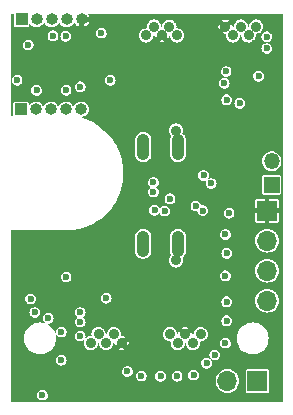
<source format=gbr>
%TF.GenerationSoftware,KiCad,Pcbnew,8.0.4*%
%TF.CreationDate,2024-08-19T21:40:42+03:00*%
%TF.ProjectId,Shield_Emergent_4,53686965-6c64-45f4-956d-657267656e74,rev?*%
%TF.SameCoordinates,Original*%
%TF.FileFunction,Copper,L3,Inr*%
%TF.FilePolarity,Positive*%
%FSLAX46Y46*%
G04 Gerber Fmt 4.6, Leading zero omitted, Abs format (unit mm)*
G04 Created by KiCad (PCBNEW 8.0.4) date 2024-08-19 21:40:42*
%MOMM*%
%LPD*%
G01*
G04 APERTURE LIST*
%TA.AperFunction,ComponentPad*%
%ADD10R,1.000000X1.000000*%
%TD*%
%TA.AperFunction,ComponentPad*%
%ADD11O,1.000000X1.000000*%
%TD*%
%TA.AperFunction,ComponentPad*%
%ADD12C,0.900000*%
%TD*%
%TA.AperFunction,ComponentPad*%
%ADD13O,1.100000X2.220000*%
%TD*%
%TA.AperFunction,ComponentPad*%
%ADD14R,1.700000X1.700000*%
%TD*%
%TA.AperFunction,ComponentPad*%
%ADD15O,1.700000X1.700000*%
%TD*%
%TA.AperFunction,ComponentPad*%
%ADD16R,1.350000X1.350000*%
%TD*%
%TA.AperFunction,ComponentPad*%
%ADD17O,1.350000X1.350000*%
%TD*%
%TA.AperFunction,ViaPad*%
%ADD18C,0.600000*%
%TD*%
G04 APERTURE END LIST*
D10*
%TO.N,K1*%
%TO.C,J4*%
X3400000Y-8600000D03*
D11*
%TO.N,K3*%
X4670000Y-8600000D03*
%TO.N,K5*%
X5940000Y-8600000D03*
%TO.N,K7*%
X7210000Y-8600000D03*
%TO.N,K9*%
X8480000Y-8600000D03*
%TD*%
D12*
%TO.N,*%
%TO.C,X1*%
X16500000Y-10400000D03*
X16500000Y-21400000D03*
D13*
%TO.N,Shield*%
X16670000Y-11800000D03*
X13730000Y-11800000D03*
X16670000Y-20000000D03*
X13730000Y-20000000D03*
%TD*%
D14*
%TO.N,GND*%
%TO.C,J2*%
X24225000Y-17200000D03*
D15*
%TO.N,D+*%
X24225000Y-19740000D03*
%TO.N,D-*%
X24225000Y-22280000D03*
%TO.N,VBUS*%
X24225000Y-24820000D03*
%TD*%
D14*
%TO.N,EN2*%
%TO.C,J6*%
X23400000Y-31600000D03*
D15*
%TO.N,nFLT2*%
X20860000Y-31600000D03*
%TD*%
D10*
%TO.N,K2*%
%TO.C,J7*%
X3450000Y-1000000D03*
D11*
%TO.N,K4*%
X4720000Y-1000000D03*
%TO.N,K6*%
X5990000Y-1000000D03*
%TO.N,K8*%
X7260000Y-1000000D03*
%TO.N,GND*%
X8530000Y-1000000D03*
%TD*%
D16*
%TO.N,EN1*%
%TO.C,J5*%
X24600000Y-15000000D03*
D17*
%TO.N,nFLT1*%
X24600000Y-13000000D03*
%TD*%
D12*
%TO.N,VOUT2*%
%TO.C,J3*%
X9300000Y-28400000D03*
%TO.N,2_D-*%
X9950000Y-27650000D03*
%TO.N,2_D+*%
X10600000Y-28400000D03*
%TO.N,unconnected-(J3-ID-Pad4)*%
X11250000Y-27650000D03*
%TO.N,GND*%
X11900000Y-28400000D03*
%TO.N,TX2+*%
X16000000Y-27650000D03*
%TO.N,TX2-*%
X16650000Y-28400000D03*
%TO.N,GND*%
X17300000Y-27650000D03*
%TO.N,RX2-*%
X17950000Y-28400000D03*
%TO.N,RX2+*%
X18600000Y-27650000D03*
%TD*%
%TO.N,VOUT1*%
%TO.C,J1*%
X23300000Y-1600000D03*
%TO.N,D-*%
X22650000Y-2350000D03*
%TO.N,D+*%
X22000000Y-1600000D03*
%TO.N,unconnected-(J1-ID-Pad4)*%
X21350000Y-2350000D03*
%TO.N,GND*%
X20700000Y-1600000D03*
%TO.N,TX1-*%
X16600000Y-2350000D03*
%TO.N,TX1+*%
X15950000Y-1600000D03*
%TO.N,GND*%
X15300000Y-2350000D03*
%TO.N,RX1-*%
X14650000Y-1600000D03*
%TO.N,RX1+*%
X14000000Y-2350000D03*
%TD*%
D18*
%TO.N,VOUT1*%
X23500000Y-5800000D03*
X24200000Y-2450000D03*
X20750000Y-5400000D03*
X21900000Y-8100000D03*
X24200000Y-3450000D03*
X20600000Y-6400000D03*
X20800000Y-7800000D03*
%TO.N,GND*%
X8000000Y-31400000D03*
X14100000Y-25500000D03*
X19250000Y-7100000D03*
X25000000Y-11200000D03*
X22000000Y-30400000D03*
X5350000Y-24300000D03*
X12750000Y-9600000D03*
X21534403Y-13600000D03*
X19450000Y-22550000D03*
X3200000Y-24800000D03*
X15200000Y-3200000D03*
X23000000Y-16000000D03*
X18850000Y-25150000D03*
X11200000Y-29200000D03*
X13050000Y-7600000D03*
X17800000Y-12600000D03*
X15750000Y-19000000D03*
X18592203Y-1092203D03*
X12450000Y-12350000D03*
X24600000Y-1200000D03*
X8100000Y-29800000D03*
X16400000Y-32600000D03*
X15000000Y-30000000D03*
X12600000Y-29300000D03*
X23100000Y-7450000D03*
X12400000Y-25000000D03*
X18800000Y-23100000D03*
X23600000Y-11250000D03*
X13300000Y-10300000D03*
X19000000Y-28600000D03*
X16800000Y-3400000D03*
X22548427Y-13644951D03*
X15500000Y-22800000D03*
X20400000Y-4100000D03*
X12600000Y-32600000D03*
X25000000Y-32800000D03*
X5400000Y-21200000D03*
X19200000Y-2500000D03*
X18800000Y-26600000D03*
X20600000Y-13600000D03*
X15700000Y-26800000D03*
X12800000Y-3200000D03*
X12650000Y-19300000D03*
X16500000Y-9400000D03*
X10850000Y-1850000D03*
X24900000Y-8600000D03*
X19100000Y-7900000D03*
X25200000Y-23600000D03*
X11900000Y-20000000D03*
X22000000Y-26200000D03*
X21800000Y-21300000D03*
X5350000Y-1750000D03*
X21400000Y-29600000D03*
X14700000Y-8300000D03*
X24800000Y-26600000D03*
X23700000Y-8600000D03*
X23200000Y-3000000D03*
X14950000Y-27900000D03*
X12250000Y-17900000D03*
X5000000Y-30800000D03*
X12595144Y-11381856D03*
X3200000Y-27500000D03*
X23200000Y-14000000D03*
X13000000Y-28100000D03*
X10350000Y-6850000D03*
X15300000Y-950000D03*
X17650000Y-21400000D03*
X19577000Y-13709395D03*
X8000000Y-30600000D03*
X5250000Y-25000000D03*
X8700000Y-2250000D03*
X19600000Y-19600000D03*
X14500000Y-21800000D03*
X12375000Y-13900000D03*
X10400000Y-19200000D03*
X10300000Y-7950000D03*
X18000000Y-5000000D03*
X15200000Y-14000000D03*
X13500000Y-1100000D03*
X12200000Y-27400000D03*
X24900000Y-9900000D03*
X12600000Y-22600000D03*
X16500000Y-7800000D03*
X23450000Y-18550000D03*
X16800000Y-30200000D03*
X2850000Y-7550000D03*
X20200000Y-2400000D03*
X12000000Y-3000000D03*
X13000000Y-23450000D03*
X10400000Y-18200000D03*
X10300000Y-5250000D03*
X19600000Y-1800000D03*
X25000000Y-18600000D03*
X14000000Y-23450000D03*
X22400000Y-23800000D03*
X7200000Y-20800000D03*
X16000000Y-7200000D03*
X10500000Y-32200000D03*
X12600000Y-6200000D03*
X19600000Y-18800000D03*
X17800000Y-2400000D03*
X19400000Y-32600000D03*
X14800000Y-29000000D03*
X25150000Y-6600000D03*
X9123000Y-7250000D03*
X18026999Y-13900000D03*
X25000000Y-21000000D03*
X7200000Y-24150000D03*
X17800000Y-11800000D03*
X14700000Y-9100000D03*
X10200000Y-1000000D03*
X24050000Y-29800000D03*
X4400000Y-20800000D03*
X7873000Y-7277354D03*
X23600000Y-9900000D03*
X17900000Y-7100000D03*
X12600000Y-31800000D03*
X19000000Y-9000000D03*
X12200000Y-900000D03*
X12050000Y-7300000D03*
X17300000Y-29200000D03*
X7250000Y-25900000D03*
X14850000Y-9800000D03*
X12600000Y-20850000D03*
X5250000Y-7700000D03*
X10050000Y-9400000D03*
X9600000Y-21200000D03*
X19600000Y-20600000D03*
X2800000Y-31400000D03*
X24800000Y-11800000D03*
X17800000Y-6000000D03*
X19200000Y-6050000D03*
X14500000Y-21800000D03*
X23000000Y-14800000D03*
X18900000Y-23900000D03*
X17800000Y-1100000D03*
X8000000Y-32200000D03*
X3450000Y-2300000D03*
X16900000Y-1100000D03*
X18600000Y-11000000D03*
X5650000Y-7200000D03*
X17100000Y-22300000D03*
X15700000Y-21000000D03*
X22300000Y-22300000D03*
X15888069Y-17902560D03*
X10800000Y-9900000D03*
%TO.N,VBUS*%
X14700000Y-17150000D03*
X14600000Y-14800000D03*
X20800000Y-24900000D03*
X19800000Y-29400000D03*
X20800000Y-26500000D03*
X20700000Y-28400000D03*
X12400000Y-30800000D03*
X18775000Y-17175000D03*
X20800000Y-20800000D03*
X18000000Y-31100000D03*
X18200000Y-16800000D03*
X20700000Y-22700000D03*
X20700000Y-19200000D03*
X15200000Y-31200000D03*
X18850000Y-14200000D03*
X15537961Y-17227000D03*
X21000000Y-17400000D03*
X13575000Y-31175000D03*
X16600000Y-31200000D03*
X19100000Y-30100000D03*
%TO.N,VOUT2*%
X7200000Y-22800000D03*
X8400000Y-25800000D03*
X4550000Y-25800000D03*
X6800000Y-27450000D03*
X5700000Y-26300000D03*
X10600000Y-24600000D03*
X8400000Y-26600000D03*
X8400000Y-27800000D03*
X6800000Y-29850000D03*
X4200000Y-24650000D03*
%TO.N,D-*%
X14600000Y-15600000D03*
X16000000Y-16175000D03*
%TO.N,EN1*%
X19489714Y-14885039D03*
%TO.N,nFLT2*%
X5200000Y-32800000D03*
%TO.N,K5*%
X7200000Y-7000000D03*
%TO.N,K3*%
X4700000Y-7000000D03*
%TO.N,K1*%
X3050000Y-6150000D03*
%TO.N,K9*%
X10950000Y-6150000D03*
%TO.N,K7*%
X8400000Y-6700000D03*
%TO.N,K6*%
X7167574Y-2414817D03*
%TO.N,K8*%
X10189912Y-2154657D03*
%TO.N,K2*%
X3998000Y-3158831D03*
%TO.N,K4*%
X6095654Y-2380083D03*
%TD*%
%TA.AperFunction,Conductor*%
%TO.N,GND*%
G36*
X2785148Y-514352D02*
G01*
X2799500Y-549000D01*
X2799500Y-1514823D01*
X2808232Y-1558721D01*
X2841495Y-1608504D01*
X2887879Y-1639496D01*
X2891278Y-1641767D01*
X2935180Y-1650500D01*
X3964820Y-1650500D01*
X4008722Y-1641767D01*
X4058504Y-1608504D01*
X4091767Y-1558722D01*
X4100500Y-1514820D01*
X4100500Y-1404862D01*
X4114852Y-1370214D01*
X4149500Y-1355862D01*
X4184148Y-1370214D01*
X4189824Y-1377024D01*
X4229517Y-1434530D01*
X4347760Y-1539283D01*
X4487635Y-1612696D01*
X4641015Y-1650500D01*
X4641016Y-1650500D01*
X4798983Y-1650500D01*
X4798985Y-1650500D01*
X4952365Y-1612696D01*
X5092240Y-1539283D01*
X5210483Y-1434530D01*
X5300220Y-1304523D01*
X5309184Y-1280887D01*
X5334889Y-1253579D01*
X5372375Y-1252446D01*
X5399683Y-1278151D01*
X5400816Y-1280887D01*
X5409779Y-1304522D01*
X5409780Y-1304524D01*
X5448031Y-1359940D01*
X5499517Y-1434530D01*
X5617760Y-1539283D01*
X5757635Y-1612696D01*
X5911015Y-1650500D01*
X5911016Y-1650500D01*
X6068983Y-1650500D01*
X6068985Y-1650500D01*
X6222365Y-1612696D01*
X6362240Y-1539283D01*
X6480483Y-1434530D01*
X6570220Y-1304523D01*
X6579184Y-1280887D01*
X6604889Y-1253579D01*
X6642375Y-1252446D01*
X6669683Y-1278151D01*
X6670816Y-1280887D01*
X6679779Y-1304522D01*
X6679780Y-1304524D01*
X6718031Y-1359940D01*
X6769517Y-1434530D01*
X6887760Y-1539283D01*
X7027635Y-1612696D01*
X7181015Y-1650500D01*
X7181016Y-1650500D01*
X7338983Y-1650500D01*
X7338985Y-1650500D01*
X7492365Y-1612696D01*
X7632240Y-1539283D01*
X7750483Y-1434530D01*
X7840220Y-1304523D01*
X7849451Y-1280181D01*
X7875156Y-1252874D01*
X7912642Y-1251741D01*
X7939950Y-1277446D01*
X7941083Y-1280181D01*
X7950225Y-1304288D01*
X8039897Y-1434198D01*
X8158045Y-1538867D01*
X8158050Y-1538871D01*
X8297812Y-1612223D01*
X8329999Y-1620157D01*
X8330000Y-1620156D01*
X8330000Y-1259618D01*
X8330446Y-1260064D01*
X8404555Y-1302851D01*
X8487213Y-1325000D01*
X8572787Y-1325000D01*
X8655445Y-1302851D01*
X8729554Y-1260064D01*
X8730000Y-1259618D01*
X8730000Y-1620157D01*
X8762187Y-1612223D01*
X8901949Y-1538871D01*
X8901954Y-1538867D01*
X9020102Y-1434198D01*
X9109774Y-1304287D01*
X9149325Y-1200000D01*
X8789618Y-1200000D01*
X8790064Y-1199554D01*
X8832851Y-1125445D01*
X8855000Y-1042787D01*
X8855000Y-957213D01*
X8832851Y-874555D01*
X8790064Y-800446D01*
X8789618Y-800000D01*
X9149324Y-800000D01*
X9109774Y-695711D01*
X9109773Y-695709D01*
X9027719Y-576835D01*
X9019848Y-540168D01*
X9040210Y-508674D01*
X9068045Y-500000D01*
X25500500Y-500000D01*
X25535148Y-514352D01*
X25549500Y-549000D01*
X25549500Y-33300500D01*
X25535148Y-33335148D01*
X25500500Y-33349500D01*
X2549000Y-33349500D01*
X2514352Y-33335148D01*
X2500000Y-33300500D01*
X2500000Y-32799997D01*
X4744867Y-32799997D01*
X4744867Y-32800002D01*
X4763301Y-32928223D01*
X4817118Y-33046063D01*
X4901951Y-33143967D01*
X5010931Y-33214004D01*
X5080093Y-33234311D01*
X5135223Y-33250499D01*
X5135228Y-33250500D01*
X5264772Y-33250500D01*
X5264776Y-33250499D01*
X5285324Y-33244465D01*
X5389069Y-33214004D01*
X5498049Y-33143967D01*
X5582882Y-33046063D01*
X5636697Y-32928226D01*
X5636697Y-32928224D01*
X5636698Y-32928223D01*
X5655133Y-32800002D01*
X5655133Y-32799997D01*
X5636698Y-32671776D01*
X5629297Y-32655572D01*
X5582882Y-32553937D01*
X5498049Y-32456033D01*
X5389069Y-32385996D01*
X5389066Y-32385995D01*
X5264776Y-32349500D01*
X5264772Y-32349500D01*
X5135228Y-32349500D01*
X5135223Y-32349500D01*
X5010933Y-32385995D01*
X4901950Y-32456033D01*
X4817119Y-32553936D01*
X4817118Y-32553936D01*
X4763301Y-32671776D01*
X4744867Y-32799997D01*
X2500000Y-32799997D01*
X2500000Y-30799997D01*
X11944867Y-30799997D01*
X11944867Y-30800002D01*
X11963301Y-30928223D01*
X12015014Y-31041455D01*
X12017118Y-31046063D01*
X12101951Y-31143967D01*
X12210931Y-31214004D01*
X12259358Y-31228223D01*
X12335223Y-31250499D01*
X12335228Y-31250500D01*
X12464772Y-31250500D01*
X12464776Y-31250499D01*
X12485324Y-31244465D01*
X12589069Y-31214004D01*
X12649765Y-31174997D01*
X13119867Y-31174997D01*
X13119867Y-31175002D01*
X13138301Y-31303223D01*
X13192118Y-31421063D01*
X13272650Y-31514004D01*
X13276951Y-31518967D01*
X13385931Y-31589004D01*
X13455093Y-31609311D01*
X13510223Y-31625499D01*
X13510228Y-31625500D01*
X13639772Y-31625500D01*
X13639776Y-31625499D01*
X13660324Y-31619465D01*
X13764069Y-31589004D01*
X13873049Y-31518967D01*
X13957882Y-31421063D01*
X14011697Y-31303226D01*
X14011697Y-31303224D01*
X14011698Y-31303223D01*
X14026539Y-31199997D01*
X14744867Y-31199997D01*
X14744867Y-31200002D01*
X14763301Y-31328223D01*
X14797848Y-31403868D01*
X14817118Y-31446063D01*
X14901951Y-31543967D01*
X15010931Y-31614004D01*
X15080093Y-31634311D01*
X15135223Y-31650499D01*
X15135228Y-31650500D01*
X15264772Y-31650500D01*
X15264776Y-31650499D01*
X15285324Y-31644465D01*
X15389069Y-31614004D01*
X15498049Y-31543967D01*
X15582882Y-31446063D01*
X15636697Y-31328226D01*
X15636697Y-31328224D01*
X15636698Y-31328223D01*
X15655133Y-31200002D01*
X15655133Y-31199997D01*
X16144867Y-31199997D01*
X16144867Y-31200002D01*
X16163301Y-31328223D01*
X16197848Y-31403868D01*
X16217118Y-31446063D01*
X16301951Y-31543967D01*
X16410931Y-31614004D01*
X16480093Y-31634311D01*
X16535223Y-31650499D01*
X16535228Y-31650500D01*
X16664772Y-31650500D01*
X16664776Y-31650499D01*
X16685324Y-31644465D01*
X16789069Y-31614004D01*
X16810861Y-31599999D01*
X19854659Y-31599999D01*
X19854659Y-31600000D01*
X19873976Y-31796132D01*
X19873976Y-31796133D01*
X19931185Y-31984726D01*
X20024092Y-32158541D01*
X20024094Y-32158544D01*
X20090310Y-32239227D01*
X20149117Y-32310883D01*
X20196172Y-32349500D01*
X20301455Y-32435905D01*
X20301458Y-32435907D01*
X20301462Y-32435910D01*
X20475273Y-32528814D01*
X20663868Y-32586024D01*
X20860000Y-32605341D01*
X21056132Y-32586024D01*
X21244727Y-32528814D01*
X21418538Y-32435910D01*
X21570883Y-32310883D01*
X21695910Y-32158538D01*
X21788814Y-31984727D01*
X21846024Y-31796132D01*
X21865341Y-31600000D01*
X21846024Y-31403868D01*
X21788814Y-31215273D01*
X21695910Y-31041462D01*
X21695907Y-31041458D01*
X21695905Y-31041455D01*
X21638718Y-30971774D01*
X21570883Y-30889117D01*
X21462297Y-30800002D01*
X21418544Y-30764094D01*
X21418541Y-30764092D01*
X21418539Y-30764091D01*
X21418538Y-30764090D01*
X21364444Y-30735176D01*
X22399500Y-30735176D01*
X22399500Y-32464823D01*
X22408232Y-32508721D01*
X22441495Y-32558504D01*
X22482681Y-32586023D01*
X22491278Y-32591767D01*
X22535180Y-32600500D01*
X24264820Y-32600500D01*
X24308722Y-32591767D01*
X24358504Y-32558504D01*
X24391767Y-32508722D01*
X24400500Y-32464820D01*
X24400500Y-30735180D01*
X24391767Y-30691278D01*
X24388237Y-30685995D01*
X24358504Y-30641495D01*
X24308721Y-30608232D01*
X24264823Y-30599500D01*
X24264820Y-30599500D01*
X22535180Y-30599500D01*
X22535176Y-30599500D01*
X22491278Y-30608232D01*
X22441495Y-30641495D01*
X22408232Y-30691278D01*
X22399500Y-30735176D01*
X21364444Y-30735176D01*
X21338592Y-30721358D01*
X21244726Y-30671185D01*
X21056132Y-30613976D01*
X20860000Y-30594659D01*
X20663867Y-30613976D01*
X20663866Y-30613976D01*
X20475273Y-30671185D01*
X20301458Y-30764092D01*
X20301455Y-30764094D01*
X20149117Y-30889117D01*
X20024094Y-31041455D01*
X20024092Y-31041458D01*
X19931185Y-31215273D01*
X19873976Y-31403866D01*
X19873976Y-31403867D01*
X19854659Y-31599999D01*
X16810861Y-31599999D01*
X16898049Y-31543967D01*
X16982882Y-31446063D01*
X17036697Y-31328226D01*
X17036697Y-31328224D01*
X17036698Y-31328223D01*
X17055133Y-31200002D01*
X17055133Y-31199997D01*
X17040755Y-31099997D01*
X17544867Y-31099997D01*
X17544867Y-31100002D01*
X17563301Y-31228223D01*
X17617118Y-31346063D01*
X17667205Y-31403868D01*
X17701951Y-31443967D01*
X17810931Y-31514004D01*
X17880093Y-31534311D01*
X17935223Y-31550499D01*
X17935228Y-31550500D01*
X18064772Y-31550500D01*
X18064776Y-31550499D01*
X18087025Y-31543966D01*
X18189069Y-31514004D01*
X18298049Y-31443967D01*
X18382882Y-31346063D01*
X18436697Y-31228226D01*
X18436697Y-31228224D01*
X18436698Y-31228223D01*
X18455133Y-31100002D01*
X18455133Y-31099997D01*
X18436698Y-30971776D01*
X18383839Y-30856033D01*
X18382882Y-30853937D01*
X18298049Y-30756033D01*
X18189069Y-30685996D01*
X18189066Y-30685995D01*
X18064776Y-30649500D01*
X18064772Y-30649500D01*
X17935228Y-30649500D01*
X17935223Y-30649500D01*
X17810933Y-30685995D01*
X17701950Y-30756033D01*
X17617119Y-30853936D01*
X17617118Y-30853936D01*
X17563301Y-30971776D01*
X17544867Y-31099997D01*
X17040755Y-31099997D01*
X17036698Y-31071776D01*
X17022851Y-31041455D01*
X16982882Y-30953937D01*
X16898049Y-30856033D01*
X16789069Y-30785996D01*
X16789066Y-30785995D01*
X16664776Y-30749500D01*
X16664772Y-30749500D01*
X16535228Y-30749500D01*
X16535223Y-30749500D01*
X16410933Y-30785995D01*
X16301950Y-30856033D01*
X16217119Y-30953936D01*
X16217118Y-30953936D01*
X16163301Y-31071776D01*
X16144867Y-31199997D01*
X15655133Y-31199997D01*
X15636698Y-31071776D01*
X15622851Y-31041455D01*
X15582882Y-30953937D01*
X15498049Y-30856033D01*
X15389069Y-30785996D01*
X15389066Y-30785995D01*
X15264776Y-30749500D01*
X15264772Y-30749500D01*
X15135228Y-30749500D01*
X15135223Y-30749500D01*
X15010933Y-30785995D01*
X14901950Y-30856033D01*
X14817119Y-30953936D01*
X14817118Y-30953936D01*
X14763301Y-31071776D01*
X14744867Y-31199997D01*
X14026539Y-31199997D01*
X14030133Y-31175002D01*
X14030133Y-31174997D01*
X14011698Y-31046776D01*
X13969299Y-30953937D01*
X13957882Y-30928937D01*
X13873049Y-30831033D01*
X13764069Y-30760996D01*
X13764066Y-30760995D01*
X13639776Y-30724500D01*
X13639772Y-30724500D01*
X13510228Y-30724500D01*
X13510223Y-30724500D01*
X13385933Y-30760995D01*
X13385931Y-30760995D01*
X13385931Y-30760996D01*
X13352424Y-30782529D01*
X13276950Y-30831033D01*
X13192119Y-30928936D01*
X13192118Y-30928936D01*
X13138301Y-31046776D01*
X13119867Y-31174997D01*
X12649765Y-31174997D01*
X12698049Y-31143967D01*
X12782882Y-31046063D01*
X12836697Y-30928226D01*
X12836697Y-30928224D01*
X12836698Y-30928223D01*
X12855133Y-30800002D01*
X12855133Y-30799997D01*
X12836698Y-30671776D01*
X12801479Y-30594659D01*
X12782882Y-30553937D01*
X12698049Y-30456033D01*
X12589069Y-30385996D01*
X12589066Y-30385995D01*
X12464776Y-30349500D01*
X12464772Y-30349500D01*
X12335228Y-30349500D01*
X12335223Y-30349500D01*
X12210933Y-30385995D01*
X12101950Y-30456033D01*
X12017119Y-30553936D01*
X12017118Y-30553936D01*
X11963301Y-30671776D01*
X11944867Y-30799997D01*
X2500000Y-30799997D01*
X2500000Y-29849997D01*
X6344867Y-29849997D01*
X6344867Y-29850001D01*
X6363301Y-29978223D01*
X6417118Y-30096063D01*
X6501951Y-30193967D01*
X6610931Y-30264004D01*
X6680093Y-30284311D01*
X6735223Y-30300499D01*
X6735228Y-30300500D01*
X6864772Y-30300500D01*
X6864776Y-30300499D01*
X6885324Y-30294465D01*
X6989069Y-30264004D01*
X7098049Y-30193967D01*
X7179473Y-30099997D01*
X18644867Y-30099997D01*
X18644867Y-30100002D01*
X18663301Y-30228223D01*
X18679642Y-30264004D01*
X18717118Y-30346063D01*
X18801951Y-30443967D01*
X18910931Y-30514004D01*
X18980093Y-30534311D01*
X19035223Y-30550499D01*
X19035228Y-30550500D01*
X19164772Y-30550500D01*
X19164776Y-30550499D01*
X19185324Y-30544465D01*
X19289069Y-30514004D01*
X19398049Y-30443967D01*
X19482882Y-30346063D01*
X19536697Y-30228226D01*
X19536697Y-30228224D01*
X19536698Y-30228223D01*
X19555133Y-30100002D01*
X19555133Y-30099997D01*
X19536698Y-29971776D01*
X19529297Y-29955572D01*
X19482882Y-29853937D01*
X19479903Y-29850499D01*
X19467060Y-29835676D01*
X19455217Y-29800092D01*
X19472005Y-29766557D01*
X19507589Y-29754714D01*
X19530583Y-29762368D01*
X19572079Y-29789035D01*
X19610931Y-29814004D01*
X19684741Y-29835676D01*
X19735223Y-29850499D01*
X19735228Y-29850500D01*
X19864772Y-29850500D01*
X19864776Y-29850499D01*
X19885324Y-29844465D01*
X19989069Y-29814004D01*
X20098049Y-29743967D01*
X20182882Y-29646063D01*
X20236697Y-29528226D01*
X20236697Y-29528224D01*
X20236698Y-29528223D01*
X20255133Y-29400002D01*
X20255133Y-29399997D01*
X20236698Y-29271776D01*
X20192061Y-29174036D01*
X20182882Y-29153937D01*
X20098049Y-29056033D01*
X19989069Y-28985996D01*
X19984165Y-28984556D01*
X19864776Y-28949500D01*
X19864772Y-28949500D01*
X19735228Y-28949500D01*
X19735223Y-28949500D01*
X19610933Y-28985995D01*
X19501950Y-29056033D01*
X19417119Y-29153936D01*
X19417118Y-29153936D01*
X19363301Y-29271776D01*
X19344867Y-29399997D01*
X19344867Y-29400002D01*
X19363301Y-29528223D01*
X19417118Y-29646063D01*
X19432940Y-29664323D01*
X19444782Y-29699907D01*
X19427994Y-29733443D01*
X19392410Y-29745285D01*
X19369416Y-29737632D01*
X19362898Y-29733443D01*
X19289069Y-29685996D01*
X19289066Y-29685995D01*
X19164776Y-29649500D01*
X19164772Y-29649500D01*
X19035228Y-29649500D01*
X19035223Y-29649500D01*
X18910933Y-29685995D01*
X18801950Y-29756033D01*
X18717119Y-29853936D01*
X18717118Y-29853936D01*
X18663301Y-29971776D01*
X18644867Y-30099997D01*
X7179473Y-30099997D01*
X7182882Y-30096063D01*
X7236697Y-29978226D01*
X7236697Y-29978224D01*
X7236698Y-29978223D01*
X7255133Y-29850001D01*
X7255133Y-29849997D01*
X7236698Y-29721776D01*
X7226711Y-29699907D01*
X7182882Y-29603937D01*
X7098049Y-29506033D01*
X6989069Y-29435996D01*
X6989066Y-29435995D01*
X6864776Y-29399500D01*
X6864772Y-29399500D01*
X6735228Y-29399500D01*
X6735223Y-29399500D01*
X6610933Y-29435995D01*
X6501950Y-29506033D01*
X6417119Y-29603936D01*
X6417118Y-29603936D01*
X6363301Y-29721776D01*
X6344867Y-29849997D01*
X2500000Y-29849997D01*
X2500000Y-28000000D01*
X3644341Y-28000000D01*
X3664937Y-28235410D01*
X3664938Y-28235416D01*
X3726094Y-28463655D01*
X3726095Y-28463660D01*
X3825963Y-28677828D01*
X3825970Y-28677840D01*
X3961500Y-28871395D01*
X3961506Y-28871402D01*
X4128597Y-29038493D01*
X4128604Y-29038499D01*
X4322159Y-29174029D01*
X4322171Y-29174036D01*
X4536339Y-29273904D01*
X4536344Y-29273905D01*
X4764583Y-29335061D01*
X4764587Y-29335061D01*
X4764592Y-29335063D01*
X5000000Y-29355659D01*
X5235408Y-29335063D01*
X5235414Y-29335061D01*
X5235416Y-29335061D01*
X5349535Y-29304483D01*
X5463657Y-29273904D01*
X5463660Y-29273904D01*
X5463660Y-29273903D01*
X5463663Y-29273903D01*
X5677830Y-29174035D01*
X5677831Y-29174034D01*
X5677840Y-29174029D01*
X5871395Y-29038499D01*
X5871401Y-29038495D01*
X6038495Y-28871401D01*
X6082943Y-28807923D01*
X6174029Y-28677840D01*
X6174036Y-28677828D01*
X6230490Y-28556762D01*
X6273903Y-28463663D01*
X6305558Y-28345523D01*
X6335061Y-28235416D01*
X6335062Y-28235410D01*
X6335063Y-28235408D01*
X6355659Y-28000000D01*
X6335063Y-27764592D01*
X6326032Y-27730887D01*
X6330926Y-27693707D01*
X6360679Y-27670876D01*
X6397861Y-27675770D01*
X6414220Y-27693759D01*
X6415224Y-27693115D01*
X6417115Y-27696057D01*
X6417118Y-27696063D01*
X6501951Y-27793967D01*
X6610931Y-27864004D01*
X6680093Y-27884311D01*
X6735223Y-27900499D01*
X6735228Y-27900500D01*
X6864772Y-27900500D01*
X6864776Y-27900499D01*
X6900328Y-27890060D01*
X6989069Y-27864004D01*
X7088666Y-27799997D01*
X7944867Y-27799997D01*
X7944867Y-27800002D01*
X7963301Y-27928223D01*
X8017118Y-28046063D01*
X8081568Y-28120444D01*
X8101951Y-28143967D01*
X8210931Y-28214004D01*
X8280093Y-28234311D01*
X8335223Y-28250499D01*
X8335228Y-28250500D01*
X8464772Y-28250500D01*
X8464776Y-28250499D01*
X8493245Y-28242139D01*
X8589069Y-28214004D01*
X8645478Y-28177751D01*
X8682384Y-28171093D01*
X8713190Y-28192481D01*
X8719849Y-28229388D01*
X8717241Y-28237720D01*
X8714955Y-28243238D01*
X8694318Y-28400000D01*
X8714955Y-28556761D01*
X8775461Y-28702836D01*
X8775464Y-28702841D01*
X8871718Y-28828282D01*
X8997159Y-28924536D01*
X8997161Y-28924536D01*
X8997163Y-28924538D01*
X9039470Y-28942062D01*
X9143238Y-28985044D01*
X9300000Y-29005682D01*
X9456762Y-28985044D01*
X9602841Y-28924536D01*
X9728282Y-28828282D01*
X9824536Y-28702841D01*
X9885044Y-28556762D01*
X9901419Y-28432379D01*
X9920171Y-28399902D01*
X9956396Y-28390195D01*
X9988874Y-28408947D01*
X9998581Y-28432380D01*
X10014955Y-28556761D01*
X10075461Y-28702836D01*
X10075464Y-28702841D01*
X10171718Y-28828282D01*
X10297159Y-28924536D01*
X10297161Y-28924536D01*
X10297163Y-28924538D01*
X10339470Y-28942062D01*
X10443238Y-28985044D01*
X10600000Y-29005682D01*
X10756762Y-28985044D01*
X10902841Y-28924536D01*
X11028282Y-28828282D01*
X11124536Y-28702841D01*
X11185044Y-28556762D01*
X11201671Y-28430460D01*
X11220422Y-28397983D01*
X11256647Y-28388276D01*
X11289126Y-28407027D01*
X11298833Y-28430461D01*
X11315443Y-28556630D01*
X11357936Y-28659218D01*
X11357937Y-28659218D01*
X11600000Y-28417155D01*
X11600000Y-28439496D01*
X11620444Y-28515796D01*
X11659940Y-28584205D01*
X11715795Y-28640060D01*
X11784204Y-28679556D01*
X11860504Y-28700000D01*
X11882843Y-28700000D01*
X11640780Y-28942061D01*
X11743371Y-28984556D01*
X11900000Y-29005176D01*
X12056628Y-28984556D01*
X12056632Y-28984555D01*
X12159218Y-28942062D01*
X12159218Y-28942061D01*
X11917157Y-28700000D01*
X11939496Y-28700000D01*
X12015796Y-28679556D01*
X12084205Y-28640060D01*
X12140060Y-28584205D01*
X12179556Y-28515796D01*
X12200000Y-28439496D01*
X12200000Y-28417157D01*
X12442061Y-28659218D01*
X12442062Y-28659218D01*
X12484555Y-28556632D01*
X12484556Y-28556628D01*
X12505176Y-28400000D01*
X12484556Y-28243371D01*
X12442061Y-28140780D01*
X12200000Y-28382841D01*
X12200000Y-28360504D01*
X12179556Y-28284204D01*
X12140060Y-28215795D01*
X12084205Y-28159940D01*
X12015796Y-28120444D01*
X11939496Y-28100000D01*
X11917157Y-28100000D01*
X12159218Y-27857937D01*
X12159218Y-27857936D01*
X12056630Y-27815443D01*
X11899999Y-27794823D01*
X11899992Y-27794823D01*
X11898797Y-27794980D01*
X11898212Y-27794823D01*
X11896789Y-27794823D01*
X11896789Y-27794441D01*
X11862574Y-27785265D01*
X11843831Y-27752782D01*
X11843831Y-27740010D01*
X11855682Y-27650000D01*
X15394318Y-27650000D01*
X15414955Y-27806761D01*
X15475461Y-27952836D01*
X15475464Y-27952841D01*
X15546995Y-28046063D01*
X15571718Y-28078282D01*
X15697159Y-28174536D01*
X15697161Y-28174536D01*
X15697163Y-28174538D01*
X15792443Y-28214004D01*
X15843238Y-28235044D01*
X16000000Y-28255682D01*
X16001122Y-28255534D01*
X16001673Y-28255682D01*
X16003212Y-28255682D01*
X16003212Y-28256094D01*
X16037346Y-28265240D01*
X16056099Y-28297718D01*
X16056099Y-28310510D01*
X16044318Y-28399999D01*
X16064955Y-28556761D01*
X16125461Y-28702836D01*
X16125464Y-28702841D01*
X16221718Y-28828282D01*
X16347159Y-28924536D01*
X16347161Y-28924536D01*
X16347163Y-28924538D01*
X16389470Y-28942062D01*
X16493238Y-28985044D01*
X16650000Y-29005682D01*
X16806762Y-28985044D01*
X16952841Y-28924536D01*
X17078282Y-28828282D01*
X17174536Y-28702841D01*
X17235044Y-28556762D01*
X17251419Y-28432379D01*
X17270171Y-28399902D01*
X17306396Y-28390195D01*
X17338874Y-28408947D01*
X17348581Y-28432380D01*
X17364955Y-28556761D01*
X17425461Y-28702836D01*
X17425464Y-28702841D01*
X17521718Y-28828282D01*
X17647159Y-28924536D01*
X17647161Y-28924536D01*
X17647163Y-28924538D01*
X17689470Y-28942062D01*
X17793238Y-28985044D01*
X17950000Y-29005682D01*
X18106762Y-28985044D01*
X18252841Y-28924536D01*
X18378282Y-28828282D01*
X18474536Y-28702841D01*
X18535044Y-28556762D01*
X18555682Y-28400000D01*
X18555682Y-28399997D01*
X20244867Y-28399997D01*
X20244867Y-28400002D01*
X20263301Y-28528223D01*
X20317118Y-28646063D01*
X20344652Y-28677840D01*
X20401951Y-28743967D01*
X20510931Y-28814004D01*
X20559559Y-28828282D01*
X20635223Y-28850499D01*
X20635228Y-28850500D01*
X20764772Y-28850500D01*
X20764776Y-28850499D01*
X20785324Y-28844465D01*
X20889069Y-28814004D01*
X20998049Y-28743967D01*
X21082882Y-28646063D01*
X21136697Y-28528226D01*
X21136697Y-28528224D01*
X21136698Y-28528223D01*
X21155133Y-28400002D01*
X21155133Y-28399997D01*
X21136698Y-28271776D01*
X21110314Y-28214004D01*
X21082882Y-28153937D01*
X20998049Y-28056033D01*
X20910860Y-28000000D01*
X21644341Y-28000000D01*
X21664937Y-28235410D01*
X21664938Y-28235416D01*
X21726094Y-28463655D01*
X21726095Y-28463660D01*
X21825963Y-28677828D01*
X21825970Y-28677840D01*
X21961500Y-28871395D01*
X21961506Y-28871402D01*
X22128597Y-29038493D01*
X22128604Y-29038499D01*
X22322159Y-29174029D01*
X22322171Y-29174036D01*
X22536339Y-29273904D01*
X22536344Y-29273905D01*
X22764583Y-29335061D01*
X22764587Y-29335061D01*
X22764592Y-29335063D01*
X23000000Y-29355659D01*
X23235408Y-29335063D01*
X23235414Y-29335061D01*
X23235416Y-29335061D01*
X23349535Y-29304483D01*
X23463657Y-29273904D01*
X23463660Y-29273904D01*
X23463660Y-29273903D01*
X23463663Y-29273903D01*
X23677830Y-29174035D01*
X23677831Y-29174034D01*
X23677840Y-29174029D01*
X23871395Y-29038499D01*
X23871401Y-29038495D01*
X24038495Y-28871401D01*
X24082943Y-28807923D01*
X24174029Y-28677840D01*
X24174036Y-28677828D01*
X24230490Y-28556762D01*
X24273903Y-28463663D01*
X24305558Y-28345523D01*
X24335061Y-28235416D01*
X24335062Y-28235410D01*
X24335063Y-28235408D01*
X24355659Y-28000000D01*
X24335063Y-27764592D01*
X24328474Y-27740002D01*
X24273905Y-27536344D01*
X24273904Y-27536339D01*
X24174036Y-27322172D01*
X24174028Y-27322160D01*
X24038499Y-27128604D01*
X24038493Y-27128597D01*
X23871402Y-26961506D01*
X23871395Y-26961500D01*
X23677840Y-26825970D01*
X23677828Y-26825963D01*
X23463660Y-26726095D01*
X23463655Y-26726094D01*
X23235416Y-26664938D01*
X23235410Y-26664937D01*
X23000000Y-26644341D01*
X22764589Y-26664937D01*
X22764583Y-26664938D01*
X22536344Y-26726094D01*
X22536339Y-26726095D01*
X22322172Y-26825963D01*
X22322160Y-26825971D01*
X22128604Y-26961500D01*
X22128597Y-26961506D01*
X21961506Y-27128597D01*
X21961500Y-27128604D01*
X21825971Y-27322160D01*
X21825963Y-27322172D01*
X21726095Y-27536339D01*
X21726094Y-27536344D01*
X21664938Y-27764583D01*
X21664937Y-27764589D01*
X21644341Y-28000000D01*
X20910860Y-28000000D01*
X20889069Y-27985996D01*
X20889066Y-27985995D01*
X20764776Y-27949500D01*
X20764772Y-27949500D01*
X20635228Y-27949500D01*
X20635223Y-27949500D01*
X20510933Y-27985995D01*
X20401950Y-28056033D01*
X20317119Y-28153936D01*
X20317118Y-28153936D01*
X20263301Y-28271776D01*
X20244867Y-28399997D01*
X18555682Y-28399997D01*
X18543900Y-28310510D01*
X18553607Y-28274286D01*
X18586085Y-28255534D01*
X18598876Y-28255534D01*
X18600000Y-28255682D01*
X18756762Y-28235044D01*
X18902841Y-28174536D01*
X19028282Y-28078282D01*
X19124536Y-27952841D01*
X19185044Y-27806762D01*
X19205682Y-27650000D01*
X19185044Y-27493238D01*
X19150541Y-27409940D01*
X19124538Y-27347163D01*
X19124535Y-27347158D01*
X19105353Y-27322160D01*
X19028282Y-27221718D01*
X19005109Y-27203937D01*
X18902841Y-27125464D01*
X18902836Y-27125461D01*
X18756761Y-27064955D01*
X18600000Y-27044318D01*
X18443238Y-27064955D01*
X18297163Y-27125461D01*
X18297158Y-27125464D01*
X18171718Y-27221717D01*
X18171717Y-27221718D01*
X18075464Y-27347158D01*
X18075461Y-27347163D01*
X18014955Y-27493238D01*
X17998328Y-27619538D01*
X17979576Y-27652016D01*
X17943351Y-27661723D01*
X17910873Y-27642971D01*
X17901166Y-27619538D01*
X17884556Y-27493370D01*
X17842061Y-27390780D01*
X17600000Y-27632841D01*
X17600000Y-27610504D01*
X17579556Y-27534204D01*
X17540060Y-27465795D01*
X17484205Y-27409940D01*
X17415796Y-27370444D01*
X17339496Y-27350000D01*
X17317158Y-27350000D01*
X17559218Y-27107937D01*
X17559218Y-27107936D01*
X17456630Y-27065443D01*
X17300000Y-27044823D01*
X17143369Y-27065443D01*
X17040780Y-27107936D01*
X17040780Y-27107937D01*
X17282843Y-27350000D01*
X17260504Y-27350000D01*
X17184204Y-27370444D01*
X17115795Y-27409940D01*
X17059940Y-27465795D01*
X17020444Y-27534204D01*
X17000000Y-27610504D01*
X17000000Y-27632843D01*
X16757937Y-27390780D01*
X16757936Y-27390780D01*
X16715443Y-27493369D01*
X16698833Y-27619538D01*
X16680081Y-27652016D01*
X16643856Y-27661723D01*
X16611378Y-27642971D01*
X16601671Y-27619538D01*
X16585044Y-27493238D01*
X16550541Y-27409940D01*
X16524538Y-27347163D01*
X16524535Y-27347158D01*
X16505353Y-27322160D01*
X16428282Y-27221718D01*
X16405109Y-27203937D01*
X16302841Y-27125464D01*
X16302836Y-27125461D01*
X16156761Y-27064955D01*
X16000000Y-27044318D01*
X15843238Y-27064955D01*
X15697163Y-27125461D01*
X15697158Y-27125464D01*
X15571718Y-27221717D01*
X15571717Y-27221718D01*
X15475464Y-27347158D01*
X15475461Y-27347163D01*
X15414955Y-27493238D01*
X15394318Y-27650000D01*
X11855682Y-27650000D01*
X11835044Y-27493238D01*
X11800541Y-27409940D01*
X11774538Y-27347163D01*
X11774535Y-27347158D01*
X11755353Y-27322160D01*
X11678282Y-27221718D01*
X11655109Y-27203937D01*
X11552841Y-27125464D01*
X11552836Y-27125461D01*
X11406761Y-27064955D01*
X11250000Y-27044318D01*
X11093238Y-27064955D01*
X10947163Y-27125461D01*
X10947158Y-27125464D01*
X10821718Y-27221717D01*
X10821717Y-27221718D01*
X10725464Y-27347158D01*
X10725461Y-27347163D01*
X10664955Y-27493238D01*
X10648581Y-27617619D01*
X10629829Y-27650097D01*
X10593604Y-27659804D01*
X10561126Y-27641052D01*
X10551419Y-27617619D01*
X10535044Y-27493238D01*
X10474538Y-27347163D01*
X10474535Y-27347158D01*
X10455353Y-27322160D01*
X10378282Y-27221718D01*
X10355109Y-27203937D01*
X10252841Y-27125464D01*
X10252836Y-27125461D01*
X10106761Y-27064955D01*
X9950000Y-27044318D01*
X9793238Y-27064955D01*
X9647163Y-27125461D01*
X9647158Y-27125464D01*
X9521718Y-27221717D01*
X9521717Y-27221718D01*
X9425464Y-27347158D01*
X9425461Y-27347163D01*
X9364955Y-27493238D01*
X9344318Y-27650000D01*
X9356099Y-27739488D01*
X9346392Y-27775714D01*
X9313914Y-27794465D01*
X9301134Y-27794466D01*
X9300008Y-27794318D01*
X9300001Y-27794318D01*
X9300000Y-27794318D01*
X9294972Y-27794980D01*
X9143238Y-27814955D01*
X8997163Y-27875461D01*
X8920778Y-27934073D01*
X8884553Y-27943779D01*
X8852074Y-27925027D01*
X8842368Y-27888802D01*
X8842448Y-27888224D01*
X8845931Y-27864004D01*
X8854161Y-27806761D01*
X8855133Y-27800001D01*
X8855133Y-27799997D01*
X8836698Y-27671776D01*
X8823543Y-27642971D01*
X8782882Y-27553937D01*
X8698049Y-27456033D01*
X8589069Y-27385996D01*
X8589066Y-27385995D01*
X8464776Y-27349500D01*
X8464772Y-27349500D01*
X8335228Y-27349500D01*
X8335223Y-27349500D01*
X8210933Y-27385995D01*
X8101950Y-27456033D01*
X8017119Y-27553936D01*
X8017118Y-27553936D01*
X7963301Y-27671776D01*
X7944867Y-27799997D01*
X7088666Y-27799997D01*
X7098049Y-27793967D01*
X7182882Y-27696063D01*
X7236697Y-27578226D01*
X7236697Y-27578224D01*
X7236698Y-27578223D01*
X7255133Y-27450002D01*
X7255133Y-27449997D01*
X7236698Y-27321776D01*
X7191002Y-27221717D01*
X7182882Y-27203937D01*
X7098049Y-27106033D01*
X6989069Y-27035996D01*
X6989066Y-27035995D01*
X6864776Y-26999500D01*
X6864772Y-26999500D01*
X6735228Y-26999500D01*
X6735223Y-26999500D01*
X6610933Y-27035995D01*
X6501950Y-27106033D01*
X6417119Y-27203936D01*
X6417118Y-27203936D01*
X6363301Y-27321776D01*
X6344867Y-27449997D01*
X6344867Y-27450002D01*
X6347276Y-27466759D01*
X6338001Y-27503097D01*
X6305748Y-27522233D01*
X6269410Y-27512958D01*
X6254366Y-27494440D01*
X6174036Y-27322172D01*
X6174028Y-27322160D01*
X6038499Y-27128604D01*
X6038493Y-27128597D01*
X5871402Y-26961506D01*
X5871395Y-26961500D01*
X5697359Y-26839638D01*
X5677208Y-26808009D01*
X5685326Y-26771395D01*
X5716955Y-26751244D01*
X5725464Y-26750500D01*
X5764772Y-26750500D01*
X5764776Y-26750499D01*
X5785324Y-26744465D01*
X5889069Y-26714004D01*
X5998049Y-26643967D01*
X6082882Y-26546063D01*
X6136697Y-26428226D01*
X6136697Y-26428224D01*
X6136698Y-26428223D01*
X6155133Y-26300002D01*
X6155133Y-26299997D01*
X6136698Y-26171776D01*
X6097523Y-26085996D01*
X6082882Y-26053937D01*
X5998049Y-25956033D01*
X5889069Y-25885996D01*
X5889066Y-25885995D01*
X5764776Y-25849500D01*
X5764772Y-25849500D01*
X5635228Y-25849500D01*
X5635223Y-25849500D01*
X5510933Y-25885995D01*
X5401950Y-25956033D01*
X5317119Y-26053936D01*
X5317118Y-26053936D01*
X5263301Y-26171776D01*
X5244867Y-26299997D01*
X5244867Y-26300002D01*
X5263301Y-26428223D01*
X5317118Y-26546063D01*
X5371318Y-26608614D01*
X5383161Y-26644198D01*
X5366374Y-26677734D01*
X5330790Y-26689577D01*
X5321604Y-26688032D01*
X5235416Y-26664938D01*
X5235410Y-26664937D01*
X5000000Y-26644341D01*
X4764589Y-26664937D01*
X4764583Y-26664938D01*
X4536344Y-26726094D01*
X4536339Y-26726095D01*
X4322172Y-26825963D01*
X4322160Y-26825971D01*
X4128604Y-26961500D01*
X4128597Y-26961506D01*
X3961506Y-27128597D01*
X3961500Y-27128604D01*
X3825971Y-27322160D01*
X3825963Y-27322172D01*
X3726095Y-27536339D01*
X3726094Y-27536344D01*
X3664938Y-27764583D01*
X3664937Y-27764589D01*
X3644341Y-28000000D01*
X2500000Y-28000000D01*
X2500000Y-25799997D01*
X4094867Y-25799997D01*
X4094867Y-25800002D01*
X4113301Y-25928223D01*
X4126002Y-25956033D01*
X4167118Y-26046063D01*
X4251951Y-26143967D01*
X4360931Y-26214004D01*
X4430093Y-26234311D01*
X4485223Y-26250499D01*
X4485228Y-26250500D01*
X4614772Y-26250500D01*
X4614776Y-26250499D01*
X4635324Y-26244465D01*
X4739069Y-26214004D01*
X4848049Y-26143967D01*
X4932882Y-26046063D01*
X4986697Y-25928226D01*
X4986697Y-25928224D01*
X4986698Y-25928223D01*
X5005133Y-25800002D01*
X5005133Y-25799997D01*
X7944867Y-25799997D01*
X7944867Y-25800002D01*
X7963301Y-25928223D01*
X8017118Y-26046063D01*
X8101951Y-26143968D01*
X8101953Y-26143970D01*
X8124997Y-26158779D01*
X8146386Y-26189584D01*
X8139727Y-26226491D01*
X8124997Y-26241221D01*
X8101953Y-26256029D01*
X8101951Y-26256031D01*
X8017119Y-26353936D01*
X8017118Y-26353936D01*
X7963301Y-26471776D01*
X7944867Y-26599997D01*
X7944867Y-26600002D01*
X7963301Y-26728223D01*
X8007939Y-26825965D01*
X8017118Y-26846063D01*
X8101951Y-26943967D01*
X8210931Y-27014004D01*
X8280093Y-27034311D01*
X8335223Y-27050499D01*
X8335228Y-27050500D01*
X8464772Y-27050500D01*
X8464776Y-27050499D01*
X8485826Y-27044318D01*
X8589069Y-27014004D01*
X8698049Y-26943967D01*
X8782882Y-26846063D01*
X8836697Y-26728226D01*
X8836697Y-26728224D01*
X8836698Y-26728223D01*
X8855133Y-26600002D01*
X8855133Y-26599997D01*
X8840755Y-26499997D01*
X20344867Y-26499997D01*
X20344867Y-26500002D01*
X20363301Y-26628223D01*
X20390616Y-26688032D01*
X20417118Y-26746063D01*
X20501951Y-26843967D01*
X20610931Y-26914004D01*
X20680093Y-26934311D01*
X20735223Y-26950499D01*
X20735228Y-26950500D01*
X20864772Y-26950500D01*
X20864776Y-26950499D01*
X20887025Y-26943966D01*
X20989069Y-26914004D01*
X21098049Y-26843967D01*
X21182882Y-26746063D01*
X21236697Y-26628226D01*
X21236697Y-26628224D01*
X21236698Y-26628223D01*
X21255133Y-26500002D01*
X21255133Y-26499997D01*
X21236698Y-26371776D01*
X21203919Y-26300002D01*
X21182882Y-26253937D01*
X21098049Y-26156033D01*
X20989069Y-26085996D01*
X20989066Y-26085995D01*
X20864776Y-26049500D01*
X20864772Y-26049500D01*
X20735228Y-26049500D01*
X20735223Y-26049500D01*
X20610933Y-26085995D01*
X20501950Y-26156033D01*
X20417119Y-26253936D01*
X20417118Y-26253936D01*
X20363301Y-26371776D01*
X20344867Y-26499997D01*
X8840755Y-26499997D01*
X8836698Y-26471776D01*
X8816808Y-26428223D01*
X8782882Y-26353937D01*
X8698049Y-26256033D01*
X8675001Y-26241221D01*
X8653613Y-26210417D01*
X8660271Y-26173509D01*
X8675002Y-26158778D01*
X8698049Y-26143967D01*
X8782882Y-26046063D01*
X8836697Y-25928226D01*
X8836697Y-25928224D01*
X8836698Y-25928223D01*
X8855133Y-25800002D01*
X8855133Y-25799997D01*
X8836698Y-25671776D01*
X8829297Y-25655572D01*
X8782882Y-25553937D01*
X8698049Y-25456033D01*
X8589069Y-25385996D01*
X8589066Y-25385995D01*
X8464776Y-25349500D01*
X8464772Y-25349500D01*
X8335228Y-25349500D01*
X8335223Y-25349500D01*
X8210933Y-25385995D01*
X8101950Y-25456033D01*
X8017119Y-25553936D01*
X8017118Y-25553936D01*
X7963301Y-25671776D01*
X7944867Y-25799997D01*
X5005133Y-25799997D01*
X4986698Y-25671776D01*
X4979297Y-25655572D01*
X4932882Y-25553937D01*
X4848049Y-25456033D01*
X4739069Y-25385996D01*
X4739066Y-25385995D01*
X4614776Y-25349500D01*
X4614772Y-25349500D01*
X4485228Y-25349500D01*
X4485223Y-25349500D01*
X4360933Y-25385995D01*
X4251950Y-25456033D01*
X4167119Y-25553936D01*
X4167118Y-25553936D01*
X4113301Y-25671776D01*
X4094867Y-25799997D01*
X2500000Y-25799997D01*
X2500000Y-24649997D01*
X3744867Y-24649997D01*
X3744867Y-24650002D01*
X3763301Y-24778223D01*
X3817118Y-24896063D01*
X3858625Y-24943966D01*
X3901951Y-24993967D01*
X4010931Y-25064004D01*
X4080093Y-25084311D01*
X4135223Y-25100499D01*
X4135228Y-25100500D01*
X4264772Y-25100500D01*
X4264776Y-25100499D01*
X4285324Y-25094465D01*
X4389069Y-25064004D01*
X4498049Y-24993967D01*
X4582882Y-24896063D01*
X4636697Y-24778226D01*
X4636697Y-24778224D01*
X4636698Y-24778223D01*
X4655133Y-24650002D01*
X4655133Y-24649997D01*
X4647944Y-24599997D01*
X10144867Y-24599997D01*
X10144867Y-24600002D01*
X10163301Y-24728223D01*
X10205215Y-24819999D01*
X10217118Y-24846063D01*
X10301951Y-24943967D01*
X10410931Y-25014004D01*
X10459358Y-25028223D01*
X10535223Y-25050499D01*
X10535228Y-25050500D01*
X10664772Y-25050500D01*
X10664776Y-25050499D01*
X10685324Y-25044465D01*
X10789069Y-25014004D01*
X10898049Y-24943967D01*
X10936149Y-24899997D01*
X20344867Y-24899997D01*
X20344867Y-24900002D01*
X20363301Y-25028223D01*
X20373475Y-25050500D01*
X20417118Y-25146063D01*
X20501951Y-25243967D01*
X20610931Y-25314004D01*
X20680093Y-25334311D01*
X20735223Y-25350499D01*
X20735228Y-25350500D01*
X20864772Y-25350500D01*
X20864776Y-25350499D01*
X20885324Y-25344465D01*
X20989069Y-25314004D01*
X21098049Y-25243967D01*
X21182882Y-25146063D01*
X21236697Y-25028226D01*
X21236697Y-25028224D01*
X21236698Y-25028223D01*
X21255133Y-24900002D01*
X21255133Y-24899997D01*
X21243631Y-24819999D01*
X23219659Y-24819999D01*
X23219659Y-24820000D01*
X23238976Y-25016132D01*
X23238976Y-25016133D01*
X23296185Y-25204726D01*
X23317160Y-25243967D01*
X23374103Y-25350500D01*
X23389092Y-25378541D01*
X23389094Y-25378544D01*
X23452689Y-25456033D01*
X23514117Y-25530883D01*
X23601427Y-25602537D01*
X23666455Y-25655905D01*
X23666458Y-25655907D01*
X23666462Y-25655910D01*
X23840273Y-25748814D01*
X24028868Y-25806024D01*
X24225000Y-25825341D01*
X24421132Y-25806024D01*
X24609727Y-25748814D01*
X24783538Y-25655910D01*
X24935883Y-25530883D01*
X25060910Y-25378538D01*
X25153814Y-25204727D01*
X25211024Y-25016132D01*
X25230341Y-24820000D01*
X25211024Y-24623868D01*
X25153814Y-24435273D01*
X25060910Y-24261462D01*
X25060907Y-24261458D01*
X25060905Y-24261455D01*
X24998975Y-24185995D01*
X24935883Y-24109117D01*
X24864227Y-24050310D01*
X24783544Y-23984094D01*
X24783541Y-23984092D01*
X24783539Y-23984091D01*
X24783538Y-23984090D01*
X24703592Y-23941358D01*
X24609726Y-23891185D01*
X24421132Y-23833976D01*
X24225000Y-23814659D01*
X24028867Y-23833976D01*
X24028866Y-23833976D01*
X23840273Y-23891185D01*
X23666458Y-23984092D01*
X23666455Y-23984094D01*
X23514117Y-24109117D01*
X23389094Y-24261455D01*
X23389092Y-24261458D01*
X23296185Y-24435273D01*
X23238976Y-24623866D01*
X23238976Y-24623867D01*
X23219659Y-24819999D01*
X21243631Y-24819999D01*
X21236698Y-24771776D01*
X21216808Y-24728223D01*
X21182882Y-24653937D01*
X21098049Y-24556033D01*
X20989069Y-24485996D01*
X20989066Y-24485995D01*
X20864776Y-24449500D01*
X20864772Y-24449500D01*
X20735228Y-24449500D01*
X20735223Y-24449500D01*
X20610933Y-24485995D01*
X20501950Y-24556033D01*
X20417119Y-24653936D01*
X20417118Y-24653936D01*
X20363301Y-24771776D01*
X20344867Y-24899997D01*
X10936149Y-24899997D01*
X10982882Y-24846063D01*
X11036697Y-24728226D01*
X11036697Y-24728224D01*
X11036698Y-24728223D01*
X11055133Y-24600002D01*
X11055133Y-24599997D01*
X11036698Y-24471776D01*
X11020027Y-24435273D01*
X10982882Y-24353937D01*
X10898049Y-24256033D01*
X10789069Y-24185996D01*
X10789066Y-24185995D01*
X10664776Y-24149500D01*
X10664772Y-24149500D01*
X10535228Y-24149500D01*
X10535223Y-24149500D01*
X10410933Y-24185995D01*
X10301950Y-24256033D01*
X10217119Y-24353936D01*
X10217118Y-24353936D01*
X10163301Y-24471776D01*
X10144867Y-24599997D01*
X4647944Y-24599997D01*
X4636698Y-24521776D01*
X4629297Y-24505572D01*
X4582882Y-24403937D01*
X4498049Y-24306033D01*
X4389069Y-24235996D01*
X4389066Y-24235995D01*
X4264776Y-24199500D01*
X4264772Y-24199500D01*
X4135228Y-24199500D01*
X4135223Y-24199500D01*
X4010933Y-24235995D01*
X3901950Y-24306033D01*
X3817119Y-24403936D01*
X3817118Y-24403936D01*
X3763301Y-24521776D01*
X3744867Y-24649997D01*
X2500000Y-24649997D01*
X2500000Y-22799997D01*
X6744867Y-22799997D01*
X6744867Y-22800002D01*
X6763301Y-22928223D01*
X6817118Y-23046063D01*
X6877635Y-23115905D01*
X6901951Y-23143967D01*
X7010931Y-23214004D01*
X7080093Y-23234311D01*
X7135223Y-23250499D01*
X7135228Y-23250500D01*
X7264772Y-23250500D01*
X7264776Y-23250499D01*
X7285324Y-23244465D01*
X7389069Y-23214004D01*
X7498049Y-23143967D01*
X7582882Y-23046063D01*
X7636697Y-22928226D01*
X7636697Y-22928224D01*
X7636698Y-22928223D01*
X7655133Y-22800002D01*
X7655133Y-22799997D01*
X7640755Y-22699997D01*
X20244867Y-22699997D01*
X20244867Y-22700002D01*
X20263301Y-22828223D01*
X20268015Y-22838544D01*
X20317118Y-22946063D01*
X20401951Y-23043967D01*
X20510931Y-23114004D01*
X20580093Y-23134311D01*
X20635223Y-23150499D01*
X20635228Y-23150500D01*
X20764772Y-23150500D01*
X20764776Y-23150499D01*
X20787025Y-23143966D01*
X20889069Y-23114004D01*
X20998049Y-23043967D01*
X21082882Y-22946063D01*
X21136697Y-22828226D01*
X21136697Y-22828224D01*
X21136698Y-22828223D01*
X21155133Y-22700002D01*
X21155133Y-22699997D01*
X21136698Y-22571776D01*
X21128551Y-22553936D01*
X21082882Y-22453937D01*
X20998049Y-22356033D01*
X20889069Y-22285996D01*
X20889066Y-22285995D01*
X20868646Y-22279999D01*
X23219659Y-22279999D01*
X23219659Y-22280000D01*
X23238976Y-22476132D01*
X23238976Y-22476133D01*
X23296185Y-22664726D01*
X23315038Y-22699997D01*
X23368489Y-22799997D01*
X23389092Y-22838541D01*
X23389094Y-22838544D01*
X23455310Y-22919227D01*
X23514117Y-22990883D01*
X23578800Y-23043967D01*
X23666455Y-23115905D01*
X23666458Y-23115907D01*
X23666462Y-23115910D01*
X23840273Y-23208814D01*
X24028868Y-23266024D01*
X24225000Y-23285341D01*
X24421132Y-23266024D01*
X24609727Y-23208814D01*
X24783538Y-23115910D01*
X24935883Y-22990883D01*
X25060910Y-22838538D01*
X25153814Y-22664727D01*
X25211024Y-22476132D01*
X25230341Y-22280000D01*
X25211024Y-22083868D01*
X25153814Y-21895273D01*
X25060910Y-21721462D01*
X25060907Y-21721458D01*
X25060905Y-21721455D01*
X25007537Y-21656427D01*
X24935883Y-21569117D01*
X24864227Y-21510310D01*
X24783544Y-21444094D01*
X24783541Y-21444092D01*
X24783539Y-21444091D01*
X24783538Y-21444090D01*
X24703592Y-21401358D01*
X24609726Y-21351185D01*
X24421132Y-21293976D01*
X24225000Y-21274659D01*
X24028867Y-21293976D01*
X24028866Y-21293976D01*
X23840273Y-21351185D01*
X23666458Y-21444092D01*
X23666455Y-21444094D01*
X23514117Y-21569117D01*
X23389094Y-21721455D01*
X23389092Y-21721458D01*
X23296185Y-21895273D01*
X23238976Y-22083866D01*
X23238976Y-22083867D01*
X23219659Y-22279999D01*
X20868646Y-22279999D01*
X20764776Y-22249500D01*
X20764772Y-22249500D01*
X20635228Y-22249500D01*
X20635223Y-22249500D01*
X20510933Y-22285995D01*
X20401950Y-22356033D01*
X20317119Y-22453936D01*
X20317118Y-22453936D01*
X20263301Y-22571776D01*
X20244867Y-22699997D01*
X7640755Y-22699997D01*
X7636698Y-22671776D01*
X7629297Y-22655572D01*
X7582882Y-22553937D01*
X7498049Y-22456033D01*
X7389069Y-22385996D01*
X7389066Y-22385995D01*
X7264776Y-22349500D01*
X7264772Y-22349500D01*
X7135228Y-22349500D01*
X7135223Y-22349500D01*
X7010933Y-22385995D01*
X6901950Y-22456033D01*
X6817119Y-22553936D01*
X6817118Y-22553936D01*
X6763301Y-22671776D01*
X6744867Y-22799997D01*
X2500000Y-22799997D01*
X2500000Y-21400000D01*
X15894318Y-21400000D01*
X15914955Y-21556761D01*
X15975461Y-21702836D01*
X15975464Y-21702841D01*
X16071718Y-21828282D01*
X16197159Y-21924536D01*
X16197161Y-21924536D01*
X16197163Y-21924538D01*
X16343238Y-21985044D01*
X16500000Y-22005682D01*
X16656762Y-21985044D01*
X16802841Y-21924536D01*
X16928282Y-21828282D01*
X17024536Y-21702841D01*
X17085044Y-21556762D01*
X17105682Y-21400000D01*
X17085044Y-21243238D01*
X17062125Y-21187907D01*
X17062125Y-21150405D01*
X17080170Y-21128416D01*
X17116542Y-21104114D01*
X17214114Y-21006542D01*
X17290775Y-20891811D01*
X17328805Y-20799997D01*
X20344867Y-20799997D01*
X20344867Y-20800002D01*
X20363301Y-20928223D01*
X20417118Y-21046063D01*
X20488473Y-21128413D01*
X20501951Y-21143967D01*
X20610931Y-21214004D01*
X20677599Y-21233579D01*
X20735223Y-21250499D01*
X20735228Y-21250500D01*
X20864772Y-21250500D01*
X20864776Y-21250499D01*
X20889505Y-21243238D01*
X20989069Y-21214004D01*
X21098049Y-21143967D01*
X21182882Y-21046063D01*
X21236697Y-20928226D01*
X21236697Y-20928224D01*
X21236698Y-20928223D01*
X21255133Y-20800002D01*
X21255133Y-20799997D01*
X21236698Y-20671776D01*
X21229297Y-20655572D01*
X21182882Y-20553937D01*
X21098049Y-20456033D01*
X20989069Y-20385996D01*
X20989066Y-20385995D01*
X20864776Y-20349500D01*
X20864772Y-20349500D01*
X20735228Y-20349500D01*
X20735223Y-20349500D01*
X20610933Y-20385995D01*
X20501950Y-20456033D01*
X20417119Y-20553936D01*
X20417118Y-20553936D01*
X20363301Y-20671776D01*
X20344867Y-20799997D01*
X17328805Y-20799997D01*
X17343580Y-20764328D01*
X17370500Y-20628993D01*
X17370500Y-19739999D01*
X23219659Y-19739999D01*
X23219659Y-19740000D01*
X23238976Y-19936132D01*
X23238976Y-19936133D01*
X23296185Y-20124726D01*
X23389092Y-20298541D01*
X23389094Y-20298544D01*
X23455310Y-20379227D01*
X23514117Y-20450883D01*
X23601427Y-20522537D01*
X23666455Y-20575905D01*
X23666458Y-20575907D01*
X23666462Y-20575910D01*
X23840273Y-20668814D01*
X24028868Y-20726024D01*
X24225000Y-20745341D01*
X24421132Y-20726024D01*
X24609727Y-20668814D01*
X24783538Y-20575910D01*
X24935883Y-20450883D01*
X25060910Y-20298538D01*
X25153814Y-20124727D01*
X25211024Y-19936132D01*
X25230341Y-19740000D01*
X25211024Y-19543868D01*
X25153814Y-19355273D01*
X25060910Y-19181462D01*
X25060907Y-19181458D01*
X25060905Y-19181455D01*
X25007537Y-19116427D01*
X24935883Y-19029117D01*
X24864227Y-18970310D01*
X24783544Y-18904094D01*
X24783541Y-18904092D01*
X24783539Y-18904091D01*
X24783538Y-18904090D01*
X24683278Y-18850500D01*
X24609726Y-18811185D01*
X24421132Y-18753976D01*
X24225000Y-18734659D01*
X24028867Y-18753976D01*
X24028866Y-18753976D01*
X23840273Y-18811185D01*
X23666458Y-18904092D01*
X23666455Y-18904094D01*
X23514117Y-19029117D01*
X23389094Y-19181455D01*
X23389092Y-19181458D01*
X23296185Y-19355273D01*
X23238976Y-19543866D01*
X23238976Y-19543867D01*
X23219659Y-19739999D01*
X17370500Y-19739999D01*
X17370500Y-19371007D01*
X17343580Y-19235672D01*
X17328803Y-19199997D01*
X20244867Y-19199997D01*
X20244867Y-19200002D01*
X20263301Y-19328223D01*
X20317118Y-19446063D01*
X20401951Y-19543967D01*
X20510931Y-19614004D01*
X20580093Y-19634311D01*
X20635223Y-19650499D01*
X20635228Y-19650500D01*
X20764772Y-19650500D01*
X20764776Y-19650499D01*
X20785324Y-19644465D01*
X20889069Y-19614004D01*
X20998049Y-19543967D01*
X21082882Y-19446063D01*
X21136697Y-19328226D01*
X21136697Y-19328224D01*
X21136698Y-19328223D01*
X21155133Y-19200002D01*
X21155133Y-19199997D01*
X21136698Y-19071776D01*
X21117216Y-19029117D01*
X21082882Y-18953937D01*
X20998049Y-18856033D01*
X20889069Y-18785996D01*
X20889066Y-18785995D01*
X20764776Y-18749500D01*
X20764772Y-18749500D01*
X20635228Y-18749500D01*
X20635223Y-18749500D01*
X20510933Y-18785995D01*
X20401950Y-18856033D01*
X20317119Y-18953936D01*
X20317118Y-18953936D01*
X20263301Y-19071776D01*
X20244867Y-19199997D01*
X17328803Y-19199997D01*
X17290775Y-19108189D01*
X17237941Y-19029117D01*
X17214116Y-18993460D01*
X17116539Y-18895883D01*
X17048074Y-18850137D01*
X17001811Y-18819225D01*
X17001808Y-18819223D01*
X17001807Y-18819223D01*
X16874329Y-18766420D01*
X16874318Y-18766417D01*
X16738998Y-18739500D01*
X16738993Y-18739500D01*
X16601007Y-18739500D01*
X16601001Y-18739500D01*
X16465681Y-18766417D01*
X16465670Y-18766420D01*
X16338192Y-18819223D01*
X16223460Y-18895883D01*
X16125883Y-18993460D01*
X16049223Y-19108192D01*
X15996420Y-19235670D01*
X15996417Y-19235681D01*
X15969500Y-19371001D01*
X15969500Y-20628998D01*
X15996417Y-20764318D01*
X15996420Y-20764329D01*
X16049223Y-20891807D01*
X16049225Y-20891811D01*
X16068727Y-20920998D01*
X16076043Y-20957780D01*
X16066860Y-20978049D01*
X15975461Y-21097163D01*
X15914955Y-21243238D01*
X15894318Y-21400000D01*
X2500000Y-21400000D01*
X2500000Y-19371001D01*
X13029500Y-19371001D01*
X13029500Y-20628998D01*
X13056417Y-20764318D01*
X13056420Y-20764329D01*
X13109223Y-20891807D01*
X13109225Y-20891811D01*
X13128727Y-20920997D01*
X13185883Y-21006539D01*
X13283460Y-21104116D01*
X13319824Y-21128413D01*
X13398189Y-21180775D01*
X13525672Y-21233580D01*
X13525678Y-21233581D01*
X13525681Y-21233582D01*
X13661001Y-21260499D01*
X13661007Y-21260500D01*
X13798993Y-21260500D01*
X13934328Y-21233580D01*
X14061811Y-21180775D01*
X14176542Y-21104114D01*
X14274114Y-21006542D01*
X14350775Y-20891811D01*
X14403580Y-20764328D01*
X14430500Y-20628993D01*
X14430500Y-19371007D01*
X14403580Y-19235672D01*
X14350775Y-19108189D01*
X14297941Y-19029117D01*
X14274116Y-18993460D01*
X14176539Y-18895883D01*
X14108074Y-18850137D01*
X14061811Y-18819225D01*
X14061808Y-18819223D01*
X14061807Y-18819223D01*
X13934329Y-18766420D01*
X13934318Y-18766417D01*
X13798998Y-18739500D01*
X13798993Y-18739500D01*
X13661007Y-18739500D01*
X13661001Y-18739500D01*
X13525681Y-18766417D01*
X13525670Y-18766420D01*
X13398192Y-18819223D01*
X13283460Y-18895883D01*
X13185883Y-18993460D01*
X13109223Y-19108192D01*
X13056420Y-19235670D01*
X13056417Y-19235681D01*
X13029500Y-19371001D01*
X2500000Y-19371001D01*
X2500000Y-18899500D01*
X2514352Y-18864852D01*
X2549000Y-18850500D01*
X7411772Y-18850500D01*
X7411777Y-18850500D01*
X7833720Y-18813585D01*
X8250841Y-18740035D01*
X8250846Y-18740033D01*
X8250849Y-18740033D01*
X8659956Y-18630413D01*
X8659957Y-18630412D01*
X8659963Y-18630411D01*
X9057974Y-18485547D01*
X9441845Y-18306545D01*
X9808655Y-18094768D01*
X10155610Y-17851826D01*
X10480072Y-17579571D01*
X10779571Y-17280072D01*
X10888717Y-17149997D01*
X14244867Y-17149997D01*
X14244867Y-17150002D01*
X14263301Y-17278223D01*
X14298467Y-17355223D01*
X14317118Y-17396063D01*
X14401951Y-17493967D01*
X14510931Y-17564004D01*
X14563949Y-17579571D01*
X14635223Y-17600499D01*
X14635228Y-17600500D01*
X14764772Y-17600500D01*
X14764776Y-17600499D01*
X14785324Y-17594465D01*
X14889069Y-17564004D01*
X14998049Y-17493967D01*
X15057203Y-17425698D01*
X15090738Y-17408912D01*
X15126322Y-17420755D01*
X15138805Y-17437430D01*
X15155079Y-17473063D01*
X15239912Y-17570967D01*
X15348892Y-17641004D01*
X15418054Y-17661311D01*
X15473184Y-17677499D01*
X15473189Y-17677500D01*
X15602733Y-17677500D01*
X15602737Y-17677499D01*
X15623285Y-17671465D01*
X15727030Y-17641004D01*
X15836010Y-17570967D01*
X15920843Y-17473063D01*
X15974658Y-17355226D01*
X15974658Y-17355224D01*
X15974659Y-17355223D01*
X15993094Y-17227002D01*
X15993094Y-17226997D01*
X15974659Y-17098776D01*
X15967258Y-17082572D01*
X15920843Y-16980937D01*
X15836010Y-16883033D01*
X15727030Y-16812996D01*
X15727027Y-16812995D01*
X15682760Y-16799997D01*
X17744867Y-16799997D01*
X17744867Y-16800002D01*
X17763301Y-16928223D01*
X17805891Y-17021480D01*
X17817118Y-17046063D01*
X17901951Y-17143967D01*
X18010931Y-17214004D01*
X18071949Y-17231920D01*
X18135223Y-17250499D01*
X18135228Y-17250500D01*
X18264771Y-17250500D01*
X18264772Y-17250500D01*
X18273789Y-17247852D01*
X18311077Y-17251858D01*
X18334611Y-17281058D01*
X18336098Y-17287891D01*
X18338303Y-17303227D01*
X18392118Y-17421063D01*
X18437175Y-17473063D01*
X18476951Y-17518967D01*
X18585931Y-17589004D01*
X18655093Y-17609311D01*
X18710223Y-17625499D01*
X18710228Y-17625500D01*
X18839772Y-17625500D01*
X18839776Y-17625499D01*
X18860324Y-17619465D01*
X18964069Y-17589004D01*
X19073049Y-17518967D01*
X19157882Y-17421063D01*
X19167503Y-17399997D01*
X20544867Y-17399997D01*
X20544867Y-17400000D01*
X20563301Y-17528223D01*
X20596309Y-17600499D01*
X20617118Y-17646063D01*
X20701951Y-17743967D01*
X20810931Y-17814004D01*
X20880093Y-17834311D01*
X20935223Y-17850499D01*
X20935228Y-17850500D01*
X21064772Y-17850500D01*
X21064776Y-17850499D01*
X21085324Y-17844465D01*
X21189069Y-17814004D01*
X21298049Y-17743967D01*
X21382882Y-17646063D01*
X21436697Y-17528226D01*
X21436697Y-17528224D01*
X21436698Y-17528223D01*
X21455133Y-17400000D01*
X21455133Y-17399997D01*
X21436698Y-17271776D01*
X21392501Y-17175000D01*
X21382882Y-17153937D01*
X21298049Y-17056033D01*
X21189069Y-16985996D01*
X21189066Y-16985995D01*
X21064776Y-16949500D01*
X21064772Y-16949500D01*
X20935228Y-16949500D01*
X20935223Y-16949500D01*
X20810933Y-16985995D01*
X20701950Y-17056033D01*
X20617119Y-17153936D01*
X20617118Y-17153936D01*
X20563301Y-17271776D01*
X20544867Y-17399997D01*
X19167503Y-17399997D01*
X19211697Y-17303226D01*
X19211697Y-17303224D01*
X19211698Y-17303223D01*
X19230133Y-17175002D01*
X19230133Y-17174997D01*
X19211698Y-17046776D01*
X19175761Y-16968087D01*
X19157882Y-16928937D01*
X19073049Y-16831033D01*
X18964069Y-16760996D01*
X18964066Y-16760995D01*
X18839776Y-16724500D01*
X18839772Y-16724500D01*
X18710228Y-16724500D01*
X18710218Y-16724501D01*
X18701202Y-16727148D01*
X18663915Y-16723136D01*
X18640386Y-16693932D01*
X18638902Y-16687115D01*
X18636697Y-16671774D01*
X18582882Y-16553937D01*
X18498049Y-16456033D01*
X18389069Y-16385996D01*
X18389066Y-16385995D01*
X18264776Y-16349500D01*
X18264772Y-16349500D01*
X18135228Y-16349500D01*
X18135223Y-16349500D01*
X18010933Y-16385995D01*
X17901950Y-16456033D01*
X17817119Y-16553936D01*
X17817118Y-16553936D01*
X17763301Y-16671776D01*
X17744867Y-16799997D01*
X15682760Y-16799997D01*
X15602737Y-16776500D01*
X15602733Y-16776500D01*
X15473189Y-16776500D01*
X15473184Y-16776500D01*
X15348894Y-16812995D01*
X15239911Y-16883033D01*
X15180758Y-16951300D01*
X15147222Y-16968087D01*
X15111638Y-16956244D01*
X15099154Y-16939568D01*
X15082882Y-16903937D01*
X14998049Y-16806033D01*
X14889069Y-16735996D01*
X14882527Y-16734075D01*
X14764776Y-16699500D01*
X14764772Y-16699500D01*
X14635228Y-16699500D01*
X14635223Y-16699500D01*
X14510933Y-16735995D01*
X14401950Y-16806033D01*
X14317119Y-16903936D01*
X14317118Y-16903936D01*
X14263301Y-17021776D01*
X14244867Y-17149997D01*
X10888717Y-17149997D01*
X11051826Y-16955610D01*
X11070504Y-16928936D01*
X11282973Y-16625500D01*
X11294768Y-16608655D01*
X11306114Y-16589004D01*
X11403074Y-16421063D01*
X11506545Y-16241845D01*
X11537717Y-16174997D01*
X15544867Y-16174997D01*
X15544867Y-16175002D01*
X15563301Y-16303223D01*
X15601103Y-16385995D01*
X15617118Y-16421063D01*
X15701951Y-16518967D01*
X15810931Y-16589004D01*
X15877841Y-16608650D01*
X15935223Y-16625499D01*
X15935228Y-16625500D01*
X16064772Y-16625500D01*
X16064776Y-16625499D01*
X16085324Y-16619465D01*
X16189069Y-16589004D01*
X16298049Y-16518967D01*
X16382882Y-16421063D01*
X16422085Y-16335221D01*
X23225000Y-16335221D01*
X23225000Y-17000000D01*
X23763120Y-17000000D01*
X23759075Y-17007007D01*
X23725000Y-17134174D01*
X23725000Y-17265826D01*
X23759075Y-17392993D01*
X23763120Y-17400000D01*
X23225001Y-17400000D01*
X23225001Y-18064772D01*
X23233703Y-18108527D01*
X23266855Y-18158144D01*
X23316474Y-18191297D01*
X23360223Y-18199999D01*
X24024999Y-18199999D01*
X24025000Y-18199998D01*
X24025000Y-17661879D01*
X24032007Y-17665925D01*
X24159174Y-17700000D01*
X24290826Y-17700000D01*
X24417993Y-17665925D01*
X24425000Y-17661879D01*
X24425000Y-18199999D01*
X25089772Y-18199999D01*
X25133527Y-18191296D01*
X25183144Y-18158144D01*
X25216297Y-18108525D01*
X25224999Y-18064778D01*
X25225000Y-18064775D01*
X25225000Y-17400000D01*
X24686880Y-17400000D01*
X24690925Y-17392993D01*
X24725000Y-17265826D01*
X24725000Y-17134174D01*
X24690925Y-17007007D01*
X24686880Y-17000000D01*
X25224999Y-17000000D01*
X25224999Y-16335227D01*
X25216296Y-16291472D01*
X25183144Y-16241855D01*
X25133525Y-16208702D01*
X25089778Y-16200000D01*
X24425000Y-16200000D01*
X24425000Y-16738120D01*
X24417993Y-16734075D01*
X24290826Y-16700000D01*
X24159174Y-16700000D01*
X24032007Y-16734075D01*
X24025000Y-16738120D01*
X24025000Y-16200000D01*
X23360227Y-16200000D01*
X23316472Y-16208703D01*
X23266855Y-16241855D01*
X23233702Y-16291474D01*
X23225000Y-16335221D01*
X16422085Y-16335221D01*
X16436697Y-16303226D01*
X16436697Y-16303224D01*
X16436698Y-16303223D01*
X16455133Y-16175002D01*
X16455133Y-16174997D01*
X16436698Y-16046776D01*
X16389746Y-15943967D01*
X16382882Y-15928937D01*
X16298049Y-15831033D01*
X16189069Y-15760996D01*
X16189066Y-15760995D01*
X16064776Y-15724500D01*
X16064772Y-15724500D01*
X15935228Y-15724500D01*
X15935223Y-15724500D01*
X15810933Y-15760995D01*
X15701950Y-15831033D01*
X15617119Y-15928936D01*
X15617118Y-15928936D01*
X15563301Y-16046776D01*
X15544867Y-16174997D01*
X11537717Y-16174997D01*
X11685547Y-15857974D01*
X11830411Y-15459963D01*
X11863751Y-15335538D01*
X11940033Y-15050849D01*
X11940034Y-15050844D01*
X11940877Y-15046063D01*
X11984266Y-14799997D01*
X14144867Y-14799997D01*
X14144867Y-14800002D01*
X14163301Y-14928223D01*
X14217118Y-15046063D01*
X14301951Y-15143968D01*
X14301953Y-15143970D01*
X14324997Y-15158779D01*
X14346386Y-15189584D01*
X14339727Y-15226491D01*
X14324997Y-15241221D01*
X14301953Y-15256029D01*
X14301951Y-15256031D01*
X14217119Y-15353936D01*
X14217118Y-15353936D01*
X14163301Y-15471776D01*
X14144867Y-15599997D01*
X14144867Y-15600002D01*
X14163301Y-15728223D01*
X14188548Y-15783504D01*
X14217118Y-15846063D01*
X14301951Y-15943967D01*
X14410931Y-16014004D01*
X14480093Y-16034311D01*
X14535223Y-16050499D01*
X14535228Y-16050500D01*
X14664772Y-16050500D01*
X14664776Y-16050499D01*
X14685324Y-16044465D01*
X14789069Y-16014004D01*
X14898049Y-15943967D01*
X14982882Y-15846063D01*
X15036697Y-15728226D01*
X15036697Y-15728224D01*
X15036698Y-15728223D01*
X15055133Y-15600002D01*
X15055133Y-15599997D01*
X15036698Y-15471776D01*
X15029297Y-15455572D01*
X14982882Y-15353937D01*
X14898049Y-15256033D01*
X14875001Y-15241221D01*
X14853613Y-15210417D01*
X14860271Y-15173509D01*
X14875002Y-15158778D01*
X14898049Y-15143967D01*
X14982882Y-15046063D01*
X15036697Y-14928226D01*
X15036697Y-14928224D01*
X15036698Y-14928223D01*
X15055133Y-14800002D01*
X15055133Y-14799997D01*
X15036698Y-14671776D01*
X15021718Y-14638975D01*
X14982882Y-14553937D01*
X14898049Y-14456033D01*
X14789069Y-14385996D01*
X14789066Y-14385995D01*
X14664776Y-14349500D01*
X14664772Y-14349500D01*
X14535228Y-14349500D01*
X14535223Y-14349500D01*
X14410933Y-14385995D01*
X14301950Y-14456033D01*
X14217119Y-14553936D01*
X14217118Y-14553936D01*
X14163301Y-14671776D01*
X14144867Y-14799997D01*
X11984266Y-14799997D01*
X12013585Y-14633720D01*
X12050500Y-14211777D01*
X12050500Y-14199997D01*
X18394867Y-14199997D01*
X18394867Y-14200002D01*
X18413301Y-14328223D01*
X18467118Y-14446063D01*
X18549442Y-14541072D01*
X18551951Y-14543967D01*
X18660931Y-14614004D01*
X18728079Y-14633720D01*
X18785223Y-14650499D01*
X18785228Y-14650500D01*
X18914772Y-14650500D01*
X18914776Y-14650499D01*
X18954020Y-14638976D01*
X19027546Y-14617387D01*
X19064834Y-14621396D01*
X19088366Y-14650597D01*
X19085923Y-14684757D01*
X19053016Y-14756812D01*
X19053016Y-14756814D01*
X19034581Y-14885036D01*
X19034581Y-14885041D01*
X19053015Y-15013262D01*
X19106832Y-15131102D01*
X19166531Y-15200000D01*
X19191665Y-15229006D01*
X19300645Y-15299043D01*
X19369807Y-15319350D01*
X19424937Y-15335538D01*
X19424942Y-15335539D01*
X19554486Y-15335539D01*
X19554490Y-15335538D01*
X19575038Y-15329504D01*
X19678783Y-15299043D01*
X19787763Y-15229006D01*
X19872596Y-15131102D01*
X19926411Y-15013265D01*
X19926411Y-15013263D01*
X19926412Y-15013262D01*
X19944847Y-14885041D01*
X19944847Y-14885036D01*
X19926412Y-14756815D01*
X19919011Y-14740611D01*
X19872596Y-14638976D01*
X19787763Y-14541072D01*
X19678783Y-14471035D01*
X19678780Y-14471034D01*
X19554490Y-14434539D01*
X19554486Y-14434539D01*
X19424942Y-14434539D01*
X19424935Y-14434539D01*
X19312166Y-14467651D01*
X19274878Y-14463642D01*
X19251347Y-14434440D01*
X19253789Y-14400281D01*
X19286697Y-14328226D01*
X19286697Y-14328224D01*
X19286698Y-14328223D01*
X19289293Y-14310176D01*
X23774500Y-14310176D01*
X23774500Y-15689823D01*
X23783232Y-15733721D01*
X23816495Y-15783504D01*
X23866278Y-15816767D01*
X23910180Y-15825500D01*
X25289820Y-15825500D01*
X25333722Y-15816767D01*
X25383504Y-15783504D01*
X25416767Y-15733722D01*
X25425500Y-15689820D01*
X25425500Y-14310180D01*
X25416767Y-14266278D01*
X25383504Y-14216495D01*
X25333721Y-14183232D01*
X25289823Y-14174500D01*
X25289820Y-14174500D01*
X23910180Y-14174500D01*
X23910176Y-14174500D01*
X23866278Y-14183232D01*
X23816495Y-14216495D01*
X23783232Y-14266278D01*
X23774500Y-14310176D01*
X19289293Y-14310176D01*
X19305133Y-14200002D01*
X19305133Y-14199997D01*
X19286698Y-14071776D01*
X19279297Y-14055572D01*
X19232882Y-13953937D01*
X19148049Y-13856033D01*
X19039069Y-13785996D01*
X19039066Y-13785995D01*
X18914776Y-13749500D01*
X18914772Y-13749500D01*
X18785228Y-13749500D01*
X18785223Y-13749500D01*
X18660933Y-13785995D01*
X18551950Y-13856033D01*
X18467119Y-13953936D01*
X18467118Y-13953936D01*
X18413301Y-14071776D01*
X18394867Y-14199997D01*
X12050500Y-14199997D01*
X12050500Y-13788223D01*
X12013585Y-13366280D01*
X11940035Y-12949159D01*
X11927965Y-12904114D01*
X11830413Y-12540043D01*
X11697366Y-12174500D01*
X11685547Y-12142026D01*
X11506545Y-11758155D01*
X11476704Y-11706469D01*
X11294771Y-11391349D01*
X11294765Y-11391340D01*
X11140481Y-11171001D01*
X13029500Y-11171001D01*
X13029500Y-12428998D01*
X13056417Y-12564318D01*
X13056420Y-12564328D01*
X13109225Y-12691811D01*
X13140137Y-12738074D01*
X13185883Y-12806539D01*
X13283460Y-12904116D01*
X13329102Y-12934613D01*
X13398189Y-12980775D01*
X13525672Y-13033580D01*
X13525678Y-13033581D01*
X13525681Y-13033582D01*
X13661001Y-13060499D01*
X13661007Y-13060500D01*
X13798993Y-13060500D01*
X13934328Y-13033580D01*
X14061811Y-12980775D01*
X14176542Y-12904114D01*
X14274114Y-12806542D01*
X14350775Y-12691811D01*
X14403580Y-12564328D01*
X14430500Y-12428993D01*
X14430500Y-11171007D01*
X14410361Y-11069761D01*
X14403582Y-11035681D01*
X14403579Y-11035670D01*
X14350776Y-10908192D01*
X14350775Y-10908189D01*
X14293151Y-10821949D01*
X14274116Y-10793460D01*
X14176539Y-10695883D01*
X14106736Y-10649243D01*
X14061811Y-10619225D01*
X14061808Y-10619223D01*
X14061807Y-10619223D01*
X13934329Y-10566420D01*
X13934318Y-10566417D01*
X13798998Y-10539500D01*
X13798993Y-10539500D01*
X13661007Y-10539500D01*
X13661001Y-10539500D01*
X13525681Y-10566417D01*
X13525670Y-10566420D01*
X13398192Y-10619223D01*
X13283460Y-10695883D01*
X13185883Y-10793460D01*
X13109223Y-10908192D01*
X13056420Y-11035670D01*
X13056417Y-11035681D01*
X13029500Y-11171001D01*
X11140481Y-11171001D01*
X11051831Y-11044396D01*
X11051818Y-11044380D01*
X10779589Y-10719949D01*
X10779583Y-10719942D01*
X10779571Y-10719928D01*
X10480072Y-10420429D01*
X10480059Y-10420418D01*
X10480050Y-10420410D01*
X10455726Y-10400000D01*
X15894318Y-10400000D01*
X15914955Y-10556761D01*
X15975461Y-10702836D01*
X15975464Y-10702841D01*
X16066858Y-10821949D01*
X16076565Y-10858174D01*
X16068727Y-10879000D01*
X16049224Y-10908189D01*
X15996420Y-11035670D01*
X15996417Y-11035681D01*
X15969500Y-11171001D01*
X15969500Y-12428998D01*
X15996417Y-12564318D01*
X15996420Y-12564328D01*
X16049225Y-12691811D01*
X16080137Y-12738074D01*
X16125883Y-12806539D01*
X16223460Y-12904116D01*
X16269102Y-12934613D01*
X16338189Y-12980775D01*
X16465672Y-13033580D01*
X16465678Y-13033581D01*
X16465681Y-13033582D01*
X16601001Y-13060499D01*
X16601007Y-13060500D01*
X16738993Y-13060500D01*
X16874328Y-13033580D01*
X16955398Y-13000000D01*
X23769953Y-13000000D01*
X23788092Y-13172576D01*
X23841714Y-13337611D01*
X23928478Y-13487889D01*
X24044590Y-13616845D01*
X24184976Y-13718842D01*
X24343501Y-13789422D01*
X24513236Y-13825500D01*
X24686764Y-13825500D01*
X24856499Y-13789422D01*
X25015024Y-13718842D01*
X25155410Y-13616845D01*
X25271522Y-13487889D01*
X25358286Y-13337611D01*
X25411908Y-13172576D01*
X25430047Y-13000000D01*
X25411908Y-12827424D01*
X25358286Y-12662389D01*
X25271522Y-12512111D01*
X25155410Y-12383155D01*
X25015024Y-12281158D01*
X24856499Y-12210578D01*
X24686764Y-12174500D01*
X24513236Y-12174500D01*
X24343507Y-12210576D01*
X24343498Y-12210579D01*
X24184975Y-12281159D01*
X24044588Y-12383156D01*
X24044585Y-12383158D01*
X23928481Y-12512107D01*
X23928475Y-12512115D01*
X23841716Y-12662385D01*
X23841713Y-12662391D01*
X23832154Y-12691811D01*
X23788092Y-12827424D01*
X23769953Y-13000000D01*
X16955398Y-13000000D01*
X17001811Y-12980775D01*
X17116542Y-12904114D01*
X17214114Y-12806542D01*
X17290775Y-12691811D01*
X17343580Y-12564328D01*
X17370500Y-12428993D01*
X17370500Y-11171007D01*
X17350361Y-11069761D01*
X17343582Y-11035681D01*
X17343579Y-11035670D01*
X17290776Y-10908192D01*
X17290775Y-10908189D01*
X17233151Y-10821949D01*
X17214116Y-10793460D01*
X17116539Y-10695883D01*
X17080172Y-10671584D01*
X17059337Y-10640402D01*
X17062124Y-10612092D01*
X17085044Y-10556762D01*
X17105682Y-10400000D01*
X17085044Y-10243238D01*
X17024536Y-10097159D01*
X16928282Y-9971718D01*
X16892435Y-9944212D01*
X16802841Y-9875464D01*
X16802836Y-9875461D01*
X16656761Y-9814955D01*
X16500000Y-9794318D01*
X16343238Y-9814955D01*
X16197163Y-9875461D01*
X16197158Y-9875464D01*
X16071718Y-9971717D01*
X16071717Y-9971718D01*
X15975464Y-10097158D01*
X15975461Y-10097163D01*
X15914955Y-10243238D01*
X15894318Y-10400000D01*
X10455726Y-10400000D01*
X10155619Y-10148181D01*
X10155603Y-10148168D01*
X9808659Y-9905234D01*
X9808650Y-9905228D01*
X9441849Y-9693457D01*
X9057984Y-9514457D01*
X9057970Y-9514451D01*
X8659956Y-9369586D01*
X8564114Y-9343905D01*
X8534361Y-9321075D01*
X8529466Y-9283893D01*
X8552296Y-9254140D01*
X8565062Y-9249002D01*
X8712365Y-9212696D01*
X8852240Y-9139283D01*
X8970483Y-9034530D01*
X9060220Y-8904523D01*
X9116237Y-8756818D01*
X9135278Y-8600000D01*
X9116237Y-8443182D01*
X9060220Y-8295477D01*
X8970483Y-8165470D01*
X8970480Y-8165467D01*
X8970479Y-8165466D01*
X8852239Y-8060716D01*
X8712364Y-7987303D01*
X8594413Y-7958232D01*
X8558985Y-7949500D01*
X8401015Y-7949500D01*
X8370687Y-7956975D01*
X8247635Y-7987303D01*
X8107760Y-8060716D01*
X7989520Y-8165466D01*
X7989516Y-8165471D01*
X7899780Y-8295475D01*
X7890816Y-8319113D01*
X7865110Y-8346420D01*
X7827624Y-8347553D01*
X7800317Y-8321847D01*
X7799184Y-8319113D01*
X7790219Y-8295475D01*
X7743798Y-8228223D01*
X7700483Y-8165470D01*
X7700480Y-8165467D01*
X7700479Y-8165466D01*
X7582239Y-8060716D01*
X7442364Y-7987303D01*
X7324413Y-7958232D01*
X7288985Y-7949500D01*
X7131015Y-7949500D01*
X7100687Y-7956975D01*
X6977635Y-7987303D01*
X6837760Y-8060716D01*
X6719520Y-8165466D01*
X6719516Y-8165471D01*
X6629780Y-8295475D01*
X6620816Y-8319113D01*
X6595110Y-8346420D01*
X6557624Y-8347553D01*
X6530317Y-8321847D01*
X6529184Y-8319113D01*
X6520219Y-8295475D01*
X6473798Y-8228223D01*
X6430483Y-8165470D01*
X6430480Y-8165467D01*
X6430479Y-8165466D01*
X6312239Y-8060716D01*
X6172364Y-7987303D01*
X6054413Y-7958232D01*
X6018985Y-7949500D01*
X5861015Y-7949500D01*
X5830687Y-7956975D01*
X5707635Y-7987303D01*
X5567760Y-8060716D01*
X5449520Y-8165466D01*
X5449516Y-8165471D01*
X5359780Y-8295475D01*
X5350816Y-8319113D01*
X5325110Y-8346420D01*
X5287624Y-8347553D01*
X5260317Y-8321847D01*
X5259184Y-8319113D01*
X5250219Y-8295475D01*
X5203798Y-8228223D01*
X5160483Y-8165470D01*
X5160480Y-8165467D01*
X5160479Y-8165466D01*
X5042239Y-8060716D01*
X4902364Y-7987303D01*
X4784413Y-7958232D01*
X4748985Y-7949500D01*
X4591015Y-7949500D01*
X4560687Y-7956975D01*
X4437635Y-7987303D01*
X4297760Y-8060716D01*
X4179520Y-8165466D01*
X4179517Y-8165469D01*
X4179517Y-8165470D01*
X4179517Y-8165471D01*
X4179516Y-8165472D01*
X4139826Y-8222972D01*
X4108332Y-8243334D01*
X4071665Y-8235463D01*
X4051303Y-8203969D01*
X4050500Y-8195137D01*
X4050500Y-8085180D01*
X4050499Y-8085176D01*
X4041767Y-8041278D01*
X4008504Y-7991495D01*
X3958721Y-7958232D01*
X3914823Y-7949500D01*
X3914820Y-7949500D01*
X2885180Y-7949500D01*
X2885176Y-7949500D01*
X2841278Y-7958232D01*
X2791495Y-7991495D01*
X2758232Y-8041278D01*
X2749500Y-8085176D01*
X2749500Y-9100500D01*
X2735148Y-9135148D01*
X2700500Y-9149500D01*
X2549000Y-9149500D01*
X2514352Y-9135148D01*
X2500000Y-9100500D01*
X2500000Y-7799997D01*
X20344867Y-7799997D01*
X20344867Y-7800002D01*
X20363301Y-7928223D01*
X20414933Y-8041278D01*
X20417118Y-8046063D01*
X20501951Y-8143967D01*
X20610931Y-8214004D01*
X20659358Y-8228223D01*
X20735223Y-8250499D01*
X20735228Y-8250500D01*
X20864772Y-8250500D01*
X20864776Y-8250499D01*
X20889178Y-8243334D01*
X20989069Y-8214004D01*
X21098049Y-8143967D01*
X21136149Y-8099997D01*
X21444867Y-8099997D01*
X21444867Y-8100002D01*
X21463301Y-8228223D01*
X21473475Y-8250500D01*
X21517118Y-8346063D01*
X21601951Y-8443967D01*
X21710931Y-8514004D01*
X21780093Y-8534311D01*
X21835223Y-8550499D01*
X21835228Y-8550500D01*
X21964772Y-8550500D01*
X21964776Y-8550499D01*
X21985324Y-8544465D01*
X22089069Y-8514004D01*
X22198049Y-8443967D01*
X22282882Y-8346063D01*
X22336697Y-8228226D01*
X22336697Y-8228224D01*
X22336698Y-8228223D01*
X22355133Y-8100002D01*
X22355133Y-8099997D01*
X22336698Y-7971776D01*
X22316808Y-7928223D01*
X22282882Y-7853937D01*
X22198049Y-7756033D01*
X22089069Y-7685996D01*
X22089066Y-7685995D01*
X21964776Y-7649500D01*
X21964772Y-7649500D01*
X21835228Y-7649500D01*
X21835223Y-7649500D01*
X21710933Y-7685995D01*
X21601950Y-7756033D01*
X21517119Y-7853936D01*
X21517118Y-7853936D01*
X21463301Y-7971776D01*
X21444867Y-8099997D01*
X21136149Y-8099997D01*
X21182882Y-8046063D01*
X21236697Y-7928226D01*
X21236697Y-7928224D01*
X21236698Y-7928223D01*
X21255133Y-7800002D01*
X21255133Y-7799997D01*
X21236698Y-7671776D01*
X21226525Y-7649500D01*
X21182882Y-7553937D01*
X21098049Y-7456033D01*
X20989069Y-7385996D01*
X20989066Y-7385995D01*
X20864776Y-7349500D01*
X20864772Y-7349500D01*
X20735228Y-7349500D01*
X20735223Y-7349500D01*
X20610933Y-7385995D01*
X20501950Y-7456033D01*
X20417119Y-7553936D01*
X20417118Y-7553936D01*
X20363301Y-7671776D01*
X20344867Y-7799997D01*
X2500000Y-7799997D01*
X2500000Y-6999997D01*
X4244867Y-6999997D01*
X4244867Y-7000002D01*
X4263301Y-7128223D01*
X4273475Y-7150500D01*
X4317118Y-7246063D01*
X4401951Y-7343967D01*
X4510931Y-7414004D01*
X4580093Y-7434311D01*
X4635223Y-7450499D01*
X4635228Y-7450500D01*
X4764772Y-7450500D01*
X4764776Y-7450499D01*
X4785324Y-7444465D01*
X4889069Y-7414004D01*
X4998049Y-7343967D01*
X5082882Y-7246063D01*
X5136697Y-7128226D01*
X5136697Y-7128224D01*
X5136698Y-7128223D01*
X5155133Y-7000002D01*
X5155133Y-6999997D01*
X6744867Y-6999997D01*
X6744867Y-7000002D01*
X6763301Y-7128223D01*
X6773475Y-7150500D01*
X6817118Y-7246063D01*
X6901951Y-7343967D01*
X7010931Y-7414004D01*
X7080093Y-7434311D01*
X7135223Y-7450499D01*
X7135228Y-7450500D01*
X7264772Y-7450500D01*
X7264776Y-7450499D01*
X7285324Y-7444465D01*
X7389069Y-7414004D01*
X7498049Y-7343967D01*
X7582882Y-7246063D01*
X7636697Y-7128226D01*
X7636697Y-7128224D01*
X7636698Y-7128223D01*
X7655133Y-7000002D01*
X7655133Y-6999997D01*
X7636698Y-6871776D01*
X7610314Y-6814004D01*
X7582882Y-6753937D01*
X7536143Y-6699997D01*
X7944867Y-6699997D01*
X7944867Y-6700002D01*
X7963301Y-6828223D01*
X8017118Y-6946063D01*
X8101951Y-7043967D01*
X8210931Y-7114004D01*
X8259358Y-7128223D01*
X8335223Y-7150499D01*
X8335228Y-7150500D01*
X8464772Y-7150500D01*
X8464776Y-7150499D01*
X8485324Y-7144465D01*
X8589069Y-7114004D01*
X8698049Y-7043967D01*
X8782882Y-6946063D01*
X8836697Y-6828226D01*
X8836697Y-6828224D01*
X8836698Y-6828223D01*
X8855133Y-6700002D01*
X8855133Y-6699997D01*
X8836698Y-6571776D01*
X8801163Y-6493966D01*
X8782882Y-6453937D01*
X8698049Y-6356033D01*
X8589069Y-6285996D01*
X8589066Y-6285995D01*
X8464776Y-6249500D01*
X8464772Y-6249500D01*
X8335228Y-6249500D01*
X8335223Y-6249500D01*
X8210933Y-6285995D01*
X8101950Y-6356033D01*
X8017119Y-6453936D01*
X8017118Y-6453936D01*
X7963301Y-6571776D01*
X7944867Y-6699997D01*
X7536143Y-6699997D01*
X7498049Y-6656033D01*
X7389069Y-6585996D01*
X7389066Y-6585995D01*
X7264776Y-6549500D01*
X7264772Y-6549500D01*
X7135228Y-6549500D01*
X7135223Y-6549500D01*
X7010933Y-6585995D01*
X6901950Y-6656033D01*
X6817119Y-6753936D01*
X6817118Y-6753936D01*
X6763301Y-6871776D01*
X6744867Y-6999997D01*
X5155133Y-6999997D01*
X5136698Y-6871776D01*
X5110314Y-6814004D01*
X5082882Y-6753937D01*
X4998049Y-6656033D01*
X4889069Y-6585996D01*
X4889066Y-6585995D01*
X4764776Y-6549500D01*
X4764772Y-6549500D01*
X4635228Y-6549500D01*
X4635223Y-6549500D01*
X4510933Y-6585995D01*
X4401950Y-6656033D01*
X4317119Y-6753936D01*
X4317118Y-6753936D01*
X4263301Y-6871776D01*
X4244867Y-6999997D01*
X2500000Y-6999997D01*
X2500000Y-6175296D01*
X2509336Y-6152755D01*
X2507902Y-6148445D01*
X2587551Y-6148445D01*
X2597501Y-6168323D01*
X2613301Y-6278223D01*
X2667118Y-6396063D01*
X2751951Y-6493967D01*
X2860931Y-6564004D01*
X2930093Y-6584311D01*
X2985223Y-6600499D01*
X2985228Y-6600500D01*
X3114772Y-6600500D01*
X3114776Y-6600499D01*
X3135324Y-6594465D01*
X3239069Y-6564004D01*
X3348049Y-6493967D01*
X3432882Y-6396063D01*
X3486697Y-6278226D01*
X3486697Y-6278224D01*
X3486698Y-6278223D01*
X3505133Y-6150002D01*
X3505133Y-6149997D01*
X10494867Y-6149997D01*
X10494867Y-6150002D01*
X10513301Y-6278223D01*
X10567118Y-6396063D01*
X10651951Y-6493967D01*
X10760931Y-6564004D01*
X10830093Y-6584311D01*
X10885223Y-6600499D01*
X10885228Y-6600500D01*
X11014772Y-6600500D01*
X11014776Y-6600499D01*
X11035324Y-6594465D01*
X11139069Y-6564004D01*
X11248049Y-6493967D01*
X11329473Y-6399997D01*
X20144867Y-6399997D01*
X20144867Y-6400002D01*
X20163301Y-6528223D01*
X20189686Y-6585996D01*
X20217118Y-6646063D01*
X20301951Y-6743967D01*
X20410931Y-6814004D01*
X20459358Y-6828223D01*
X20535223Y-6850499D01*
X20535228Y-6850500D01*
X20664772Y-6850500D01*
X20664776Y-6850499D01*
X20685324Y-6844465D01*
X20789069Y-6814004D01*
X20898049Y-6743967D01*
X20982882Y-6646063D01*
X21036697Y-6528226D01*
X21036697Y-6528224D01*
X21036698Y-6528223D01*
X21055133Y-6400002D01*
X21055133Y-6399997D01*
X21036698Y-6271776D01*
X20992636Y-6175296D01*
X20982882Y-6153937D01*
X20898049Y-6056033D01*
X20789069Y-5985996D01*
X20789066Y-5985995D01*
X20664776Y-5949500D01*
X20664772Y-5949500D01*
X20535228Y-5949500D01*
X20535223Y-5949500D01*
X20410933Y-5985995D01*
X20301950Y-6056033D01*
X20217119Y-6153936D01*
X20217118Y-6153936D01*
X20163301Y-6271776D01*
X20144867Y-6399997D01*
X11329473Y-6399997D01*
X11332882Y-6396063D01*
X11386697Y-6278226D01*
X11386697Y-6278224D01*
X11386698Y-6278223D01*
X11405133Y-6150002D01*
X11405133Y-6149997D01*
X11386698Y-6021776D01*
X11379297Y-6005572D01*
X11332882Y-5903937D01*
X11248049Y-5806033D01*
X11139069Y-5735996D01*
X11139066Y-5735995D01*
X11014776Y-5699500D01*
X11014772Y-5699500D01*
X10885228Y-5699500D01*
X10885223Y-5699500D01*
X10760933Y-5735995D01*
X10760931Y-5735995D01*
X10760931Y-5735996D01*
X10748528Y-5743967D01*
X10651950Y-5806033D01*
X10567119Y-5903936D01*
X10567118Y-5903936D01*
X10513301Y-6021776D01*
X10494867Y-6149997D01*
X3505133Y-6149997D01*
X3486698Y-6021776D01*
X3479297Y-6005572D01*
X3432882Y-5903937D01*
X3348049Y-5806033D01*
X3239069Y-5735996D01*
X3239066Y-5735995D01*
X3114776Y-5699500D01*
X3114772Y-5699500D01*
X2985228Y-5699500D01*
X2985223Y-5699500D01*
X2860933Y-5735995D01*
X2860931Y-5735995D01*
X2860931Y-5735996D01*
X2848528Y-5743967D01*
X2751950Y-5806033D01*
X2667119Y-5903936D01*
X2667118Y-5903936D01*
X2613301Y-6021776D01*
X2597501Y-6131676D01*
X2587551Y-6148445D01*
X2507902Y-6148445D01*
X2500000Y-6124703D01*
X2500000Y-5399997D01*
X20294867Y-5399997D01*
X20294867Y-5400002D01*
X20313301Y-5528223D01*
X20367118Y-5646063D01*
X20451951Y-5743967D01*
X20560931Y-5814004D01*
X20630093Y-5834311D01*
X20685223Y-5850499D01*
X20685228Y-5850500D01*
X20814772Y-5850500D01*
X20814776Y-5850499D01*
X20835324Y-5844465D01*
X20939069Y-5814004D01*
X20960864Y-5799997D01*
X23044867Y-5799997D01*
X23044867Y-5800002D01*
X23063301Y-5928223D01*
X23089686Y-5985996D01*
X23117118Y-6046063D01*
X23201951Y-6143967D01*
X23310931Y-6214004D01*
X23380093Y-6234311D01*
X23435223Y-6250499D01*
X23435228Y-6250500D01*
X23564772Y-6250500D01*
X23564776Y-6250499D01*
X23585324Y-6244465D01*
X23689069Y-6214004D01*
X23798049Y-6143967D01*
X23882882Y-6046063D01*
X23936697Y-5928226D01*
X23936697Y-5928224D01*
X23936698Y-5928223D01*
X23955133Y-5800002D01*
X23955133Y-5799997D01*
X23936698Y-5671776D01*
X23924955Y-5646063D01*
X23882882Y-5553937D01*
X23798049Y-5456033D01*
X23689069Y-5385996D01*
X23689066Y-5385995D01*
X23564776Y-5349500D01*
X23564772Y-5349500D01*
X23435228Y-5349500D01*
X23435223Y-5349500D01*
X23310933Y-5385995D01*
X23201950Y-5456033D01*
X23117119Y-5553936D01*
X23117118Y-5553936D01*
X23063301Y-5671776D01*
X23044867Y-5799997D01*
X20960864Y-5799997D01*
X21048049Y-5743967D01*
X21132882Y-5646063D01*
X21186697Y-5528226D01*
X21186697Y-5528224D01*
X21186698Y-5528223D01*
X21205133Y-5400002D01*
X21205133Y-5399997D01*
X21186698Y-5271776D01*
X21179297Y-5255572D01*
X21132882Y-5153937D01*
X21048049Y-5056033D01*
X20939069Y-4985996D01*
X20939066Y-4985995D01*
X20814776Y-4949500D01*
X20814772Y-4949500D01*
X20685228Y-4949500D01*
X20685223Y-4949500D01*
X20560933Y-4985995D01*
X20451950Y-5056033D01*
X20367119Y-5153936D01*
X20367118Y-5153936D01*
X20313301Y-5271776D01*
X20294867Y-5399997D01*
X2500000Y-5399997D01*
X2500000Y-3158828D01*
X3542867Y-3158828D01*
X3542867Y-3158833D01*
X3561301Y-3287054D01*
X3615118Y-3404894D01*
X3699951Y-3502798D01*
X3808931Y-3572835D01*
X3878093Y-3593142D01*
X3933223Y-3609330D01*
X3933228Y-3609331D01*
X4062772Y-3609331D01*
X4062776Y-3609330D01*
X4083324Y-3603296D01*
X4187069Y-3572835D01*
X4296049Y-3502798D01*
X4341801Y-3449997D01*
X23744867Y-3449997D01*
X23744867Y-3450002D01*
X23763301Y-3578223D01*
X23777508Y-3609331D01*
X23817118Y-3696063D01*
X23901951Y-3793967D01*
X24010931Y-3864004D01*
X24080093Y-3884311D01*
X24135223Y-3900499D01*
X24135228Y-3900500D01*
X24264772Y-3900500D01*
X24264776Y-3900499D01*
X24285324Y-3894465D01*
X24389069Y-3864004D01*
X24498049Y-3793967D01*
X24582882Y-3696063D01*
X24636697Y-3578226D01*
X24636697Y-3578224D01*
X24636698Y-3578223D01*
X24655133Y-3450002D01*
X24655133Y-3449997D01*
X24636698Y-3321776D01*
X24620841Y-3287054D01*
X24582882Y-3203937D01*
X24498049Y-3106033D01*
X24389069Y-3035996D01*
X24389066Y-3035995D01*
X24264776Y-2999500D01*
X24264772Y-2999500D01*
X24135228Y-2999500D01*
X24135223Y-2999500D01*
X24010933Y-3035995D01*
X23901950Y-3106033D01*
X23817119Y-3203936D01*
X23817118Y-3203936D01*
X23763301Y-3321776D01*
X23744867Y-3449997D01*
X4341801Y-3449997D01*
X4380882Y-3404894D01*
X4434697Y-3287057D01*
X4434697Y-3287055D01*
X4434698Y-3287054D01*
X4453133Y-3158833D01*
X4453133Y-3158828D01*
X4434698Y-3030607D01*
X4390832Y-2934556D01*
X4380882Y-2912768D01*
X4296049Y-2814864D01*
X4187069Y-2744827D01*
X4187066Y-2744826D01*
X4062776Y-2708331D01*
X4062772Y-2708331D01*
X3933228Y-2708331D01*
X3933223Y-2708331D01*
X3808933Y-2744826D01*
X3808931Y-2744826D01*
X3808931Y-2744827D01*
X3775424Y-2766360D01*
X3699950Y-2814864D01*
X3615119Y-2912767D01*
X3615118Y-2912767D01*
X3561301Y-3030607D01*
X3542867Y-3158828D01*
X2500000Y-3158828D01*
X2500000Y-2380080D01*
X5640521Y-2380080D01*
X5640521Y-2380085D01*
X5658955Y-2508306D01*
X5705041Y-2609218D01*
X5712772Y-2626146D01*
X5797605Y-2724050D01*
X5906585Y-2794087D01*
X5975747Y-2814394D01*
X6030877Y-2830582D01*
X6030882Y-2830583D01*
X6160426Y-2830583D01*
X6160430Y-2830582D01*
X6180978Y-2824548D01*
X6284723Y-2794087D01*
X6393703Y-2724050D01*
X6478536Y-2626146D01*
X6532351Y-2508309D01*
X6532351Y-2508307D01*
X6532352Y-2508306D01*
X6545794Y-2414814D01*
X6712441Y-2414814D01*
X6712441Y-2414819D01*
X6730875Y-2543040D01*
X6784692Y-2660880D01*
X6857430Y-2744826D01*
X6869525Y-2758784D01*
X6978505Y-2828821D01*
X7047667Y-2849128D01*
X7102797Y-2865316D01*
X7102802Y-2865317D01*
X7232346Y-2865317D01*
X7232350Y-2865316D01*
X7252898Y-2859282D01*
X7356643Y-2828821D01*
X7465623Y-2758784D01*
X7550456Y-2660880D01*
X7604271Y-2543043D01*
X7604271Y-2543041D01*
X7604272Y-2543040D01*
X7622707Y-2414819D01*
X7622707Y-2414814D01*
X7604272Y-2286593D01*
X7596871Y-2270389D01*
X7550456Y-2168754D01*
X7538238Y-2154654D01*
X9734779Y-2154654D01*
X9734779Y-2154659D01*
X9753213Y-2282880D01*
X9797604Y-2380080D01*
X9807030Y-2400720D01*
X9891863Y-2498624D01*
X10000843Y-2568661D01*
X10070005Y-2588968D01*
X10125135Y-2605156D01*
X10125140Y-2605157D01*
X10254684Y-2605157D01*
X10254688Y-2605156D01*
X10275236Y-2599122D01*
X10378981Y-2568661D01*
X10487961Y-2498624D01*
X10572794Y-2400720D01*
X10595957Y-2350000D01*
X13394318Y-2350000D01*
X13414955Y-2506761D01*
X13475461Y-2652836D01*
X13475464Y-2652841D01*
X13571718Y-2778282D01*
X13697159Y-2874536D01*
X13697161Y-2874536D01*
X13697163Y-2874538D01*
X13789459Y-2912768D01*
X13843238Y-2935044D01*
X14000000Y-2955682D01*
X14156762Y-2935044D01*
X14302841Y-2874536D01*
X14428282Y-2778282D01*
X14524536Y-2652841D01*
X14585044Y-2506762D01*
X14601671Y-2380460D01*
X14620422Y-2347983D01*
X14656647Y-2338276D01*
X14689126Y-2357027D01*
X14698833Y-2380461D01*
X14715443Y-2506630D01*
X14757936Y-2609218D01*
X14757937Y-2609218D01*
X15000000Y-2367155D01*
X15000000Y-2389496D01*
X15020444Y-2465796D01*
X15059940Y-2534205D01*
X15115795Y-2590060D01*
X15184204Y-2629556D01*
X15260504Y-2650000D01*
X15282843Y-2650000D01*
X15040780Y-2892061D01*
X15143371Y-2934556D01*
X15300000Y-2955176D01*
X15456628Y-2934556D01*
X15456632Y-2934555D01*
X15559218Y-2892062D01*
X15559218Y-2892061D01*
X15317157Y-2650000D01*
X15339496Y-2650000D01*
X15415796Y-2629556D01*
X15484205Y-2590060D01*
X15540060Y-2534205D01*
X15579556Y-2465796D01*
X15600000Y-2389496D01*
X15600000Y-2367157D01*
X15842061Y-2609218D01*
X15842062Y-2609218D01*
X15884555Y-2506632D01*
X15884556Y-2506627D01*
X15901166Y-2380462D01*
X15919917Y-2347983D01*
X15956142Y-2338276D01*
X15988621Y-2357027D01*
X15998328Y-2380461D01*
X16014955Y-2506761D01*
X16075461Y-2652836D01*
X16075464Y-2652841D01*
X16171718Y-2778282D01*
X16297159Y-2874536D01*
X16297161Y-2874536D01*
X16297163Y-2874538D01*
X16389459Y-2912768D01*
X16443238Y-2935044D01*
X16600000Y-2955682D01*
X16756762Y-2935044D01*
X16902841Y-2874536D01*
X17028282Y-2778282D01*
X17124536Y-2652841D01*
X17185044Y-2506762D01*
X17205682Y-2350000D01*
X17185044Y-2193238D01*
X17160515Y-2134019D01*
X17124538Y-2047163D01*
X17124535Y-2047158D01*
X17115969Y-2035995D01*
X17028282Y-1921718D01*
X17011178Y-1908594D01*
X16902841Y-1825464D01*
X16902836Y-1825461D01*
X16756761Y-1764955D01*
X16620637Y-1747034D01*
X16600000Y-1744318D01*
X16599999Y-1744318D01*
X16598875Y-1744466D01*
X16598323Y-1744318D01*
X16596789Y-1744318D01*
X16596789Y-1743906D01*
X16562650Y-1734758D01*
X16543900Y-1702279D01*
X16543900Y-1689489D01*
X16549033Y-1650500D01*
X16555682Y-1600000D01*
X20094823Y-1600000D01*
X20115443Y-1756630D01*
X20157936Y-1859218D01*
X20157937Y-1859218D01*
X20400000Y-1617156D01*
X20400000Y-1639496D01*
X20420444Y-1715796D01*
X20459940Y-1784205D01*
X20515795Y-1840060D01*
X20584204Y-1879556D01*
X20660504Y-1900000D01*
X20682843Y-1900000D01*
X20440780Y-2142061D01*
X20543371Y-2184556D01*
X20700001Y-2205177D01*
X20700002Y-2205177D01*
X20701186Y-2205021D01*
X20701768Y-2205177D01*
X20703212Y-2205177D01*
X20703212Y-2205563D01*
X20737412Y-2214725D01*
X20756165Y-2247202D01*
X20756166Y-2259996D01*
X20744318Y-2349999D01*
X20764955Y-2506761D01*
X20825461Y-2652836D01*
X20825464Y-2652841D01*
X20921718Y-2778282D01*
X21047159Y-2874536D01*
X21047161Y-2874536D01*
X21047163Y-2874538D01*
X21139459Y-2912768D01*
X21193238Y-2935044D01*
X21350000Y-2955682D01*
X21506762Y-2935044D01*
X21652841Y-2874536D01*
X21778282Y-2778282D01*
X21874536Y-2652841D01*
X21935044Y-2506762D01*
X21951419Y-2382379D01*
X21970171Y-2349902D01*
X22006396Y-2340195D01*
X22038874Y-2358947D01*
X22048581Y-2382380D01*
X22064955Y-2506761D01*
X22125461Y-2652836D01*
X22125464Y-2652841D01*
X22221718Y-2778282D01*
X22347159Y-2874536D01*
X22347161Y-2874536D01*
X22347163Y-2874538D01*
X22439459Y-2912768D01*
X22493238Y-2935044D01*
X22650000Y-2955682D01*
X22806762Y-2935044D01*
X22952841Y-2874536D01*
X23078282Y-2778282D01*
X23174536Y-2652841D01*
X23235044Y-2506762D01*
X23242517Y-2449997D01*
X23744867Y-2449997D01*
X23744867Y-2450002D01*
X23763301Y-2578223D01*
X23817118Y-2696063D01*
X23841368Y-2724050D01*
X23901951Y-2793967D01*
X24010931Y-2864004D01*
X24080093Y-2884311D01*
X24135223Y-2900499D01*
X24135228Y-2900500D01*
X24264772Y-2900500D01*
X24264776Y-2900499D01*
X24293513Y-2892061D01*
X24389069Y-2864004D01*
X24498049Y-2793967D01*
X24582882Y-2696063D01*
X24636697Y-2578226D01*
X24636697Y-2578224D01*
X24636698Y-2578223D01*
X24655133Y-2450002D01*
X24655133Y-2449997D01*
X24636698Y-2321776D01*
X24608719Y-2260511D01*
X24582882Y-2203937D01*
X24498049Y-2106033D01*
X24389069Y-2035996D01*
X24389066Y-2035995D01*
X24264776Y-1999500D01*
X24264772Y-1999500D01*
X24135228Y-1999500D01*
X24135223Y-1999500D01*
X24010933Y-2035995D01*
X24010931Y-2035995D01*
X24010931Y-2035996D01*
X23993563Y-2047158D01*
X23901950Y-2106033D01*
X23817119Y-2203936D01*
X23817118Y-2203936D01*
X23763301Y-2321776D01*
X23744867Y-2449997D01*
X23242517Y-2449997D01*
X23255682Y-2350000D01*
X23243900Y-2260510D01*
X23253607Y-2224286D01*
X23286085Y-2205534D01*
X23298876Y-2205534D01*
X23300000Y-2205682D01*
X23456762Y-2185044D01*
X23602841Y-2124536D01*
X23728282Y-2028282D01*
X23824536Y-1902841D01*
X23885044Y-1756762D01*
X23905682Y-1600000D01*
X23885044Y-1443238D01*
X23869148Y-1404862D01*
X23824538Y-1297163D01*
X23824535Y-1297158D01*
X23809950Y-1278151D01*
X23728282Y-1171718D01*
X23602841Y-1075464D01*
X23602836Y-1075461D01*
X23456761Y-1014955D01*
X23300000Y-994318D01*
X23143238Y-1014955D01*
X22997163Y-1075461D01*
X22997158Y-1075464D01*
X22871718Y-1171717D01*
X22871717Y-1171718D01*
X22775464Y-1297158D01*
X22775461Y-1297163D01*
X22714955Y-1443238D01*
X22698581Y-1567619D01*
X22679829Y-1600097D01*
X22643604Y-1609804D01*
X22611126Y-1591052D01*
X22601419Y-1567619D01*
X22585044Y-1443238D01*
X22524538Y-1297163D01*
X22524535Y-1297158D01*
X22509950Y-1278151D01*
X22428282Y-1171718D01*
X22302841Y-1075464D01*
X22302836Y-1075461D01*
X22156761Y-1014955D01*
X22000000Y-994318D01*
X21843238Y-1014955D01*
X21697163Y-1075461D01*
X21697158Y-1075464D01*
X21571718Y-1171717D01*
X21571717Y-1171718D01*
X21475464Y-1297158D01*
X21475461Y-1297163D01*
X21414955Y-1443238D01*
X21398328Y-1569538D01*
X21379576Y-1602016D01*
X21343351Y-1611723D01*
X21310873Y-1592971D01*
X21301166Y-1569538D01*
X21284556Y-1443370D01*
X21242061Y-1340780D01*
X21000000Y-1582841D01*
X21000000Y-1560504D01*
X20979556Y-1484204D01*
X20940060Y-1415795D01*
X20884205Y-1359940D01*
X20815796Y-1320444D01*
X20739496Y-1300000D01*
X20717158Y-1300000D01*
X20959218Y-1057937D01*
X20959218Y-1057936D01*
X20856630Y-1015443D01*
X20700000Y-994823D01*
X20543369Y-1015443D01*
X20440780Y-1057936D01*
X20440780Y-1057937D01*
X20682843Y-1300000D01*
X20660504Y-1300000D01*
X20584204Y-1320444D01*
X20515795Y-1359940D01*
X20459940Y-1415795D01*
X20420444Y-1484204D01*
X20400000Y-1560504D01*
X20400000Y-1582843D01*
X20157937Y-1340780D01*
X20157936Y-1340780D01*
X20115443Y-1443369D01*
X20094823Y-1600000D01*
X16555682Y-1600000D01*
X16535044Y-1443238D01*
X16519148Y-1404862D01*
X16474538Y-1297163D01*
X16474535Y-1297158D01*
X16459950Y-1278151D01*
X16378282Y-1171718D01*
X16252841Y-1075464D01*
X16252836Y-1075461D01*
X16106761Y-1014955D01*
X15950000Y-994318D01*
X15793238Y-1014955D01*
X15647163Y-1075461D01*
X15647158Y-1075464D01*
X15521718Y-1171717D01*
X15521717Y-1171718D01*
X15425464Y-1297158D01*
X15425461Y-1297163D01*
X15364955Y-1443238D01*
X15348581Y-1567619D01*
X15329829Y-1600097D01*
X15293604Y-1609804D01*
X15261126Y-1591052D01*
X15251419Y-1567619D01*
X15235044Y-1443238D01*
X15174538Y-1297163D01*
X15174535Y-1297158D01*
X15159950Y-1278151D01*
X15078282Y-1171718D01*
X14952841Y-1075464D01*
X14952836Y-1075461D01*
X14806761Y-1014955D01*
X14650000Y-994318D01*
X14493238Y-1014955D01*
X14347163Y-1075461D01*
X14347158Y-1075464D01*
X14221718Y-1171717D01*
X14221717Y-1171718D01*
X14125464Y-1297158D01*
X14125461Y-1297163D01*
X14064955Y-1443238D01*
X14044318Y-1600000D01*
X14056099Y-1689488D01*
X14046392Y-1725714D01*
X14013914Y-1744465D01*
X14001134Y-1744466D01*
X14000008Y-1744318D01*
X14000001Y-1744318D01*
X14000000Y-1744318D01*
X13981763Y-1746718D01*
X13843238Y-1764955D01*
X13697163Y-1825461D01*
X13697158Y-1825464D01*
X13571718Y-1921717D01*
X13571717Y-1921718D01*
X13475464Y-2047158D01*
X13475461Y-2047163D01*
X13414955Y-2193238D01*
X13394318Y-2350000D01*
X10595957Y-2350000D01*
X10626609Y-2282883D01*
X10626609Y-2282881D01*
X10626610Y-2282880D01*
X10645045Y-2154659D01*
X10645045Y-2154654D01*
X10626610Y-2026433D01*
X10619209Y-2010229D01*
X10572794Y-1908594D01*
X10487961Y-1810690D01*
X10378981Y-1740653D01*
X10378978Y-1740652D01*
X10254688Y-1704157D01*
X10254684Y-1704157D01*
X10125140Y-1704157D01*
X10125135Y-1704157D01*
X10000845Y-1740652D01*
X10000843Y-1740652D01*
X10000843Y-1740653D01*
X9975777Y-1756762D01*
X9891862Y-1810690D01*
X9807031Y-1908593D01*
X9807030Y-1908593D01*
X9753213Y-2026433D01*
X9734779Y-2154654D01*
X7538238Y-2154654D01*
X7465623Y-2070850D01*
X7356643Y-2000813D01*
X7356640Y-2000812D01*
X7232350Y-1964317D01*
X7232346Y-1964317D01*
X7102802Y-1964317D01*
X7102797Y-1964317D01*
X6978507Y-2000812D01*
X6869524Y-2070850D01*
X6784693Y-2168753D01*
X6784692Y-2168753D01*
X6730875Y-2286593D01*
X6712441Y-2414814D01*
X6545794Y-2414814D01*
X6550787Y-2380085D01*
X6550787Y-2380080D01*
X6532352Y-2251859D01*
X6501615Y-2184556D01*
X6478536Y-2134020D01*
X6393703Y-2036116D01*
X6284723Y-1966079D01*
X6284720Y-1966078D01*
X6160430Y-1929583D01*
X6160426Y-1929583D01*
X6030882Y-1929583D01*
X6030877Y-1929583D01*
X5906587Y-1966078D01*
X5797604Y-2036116D01*
X5712773Y-2134019D01*
X5712772Y-2134019D01*
X5658955Y-2251859D01*
X5640521Y-2380080D01*
X2500000Y-2380080D01*
X2500000Y-549000D01*
X2514352Y-514352D01*
X2549000Y-500000D01*
X2750500Y-500000D01*
X2785148Y-514352D01*
G37*
%TD.AperFunction*%
%TD*%
M02*

</source>
